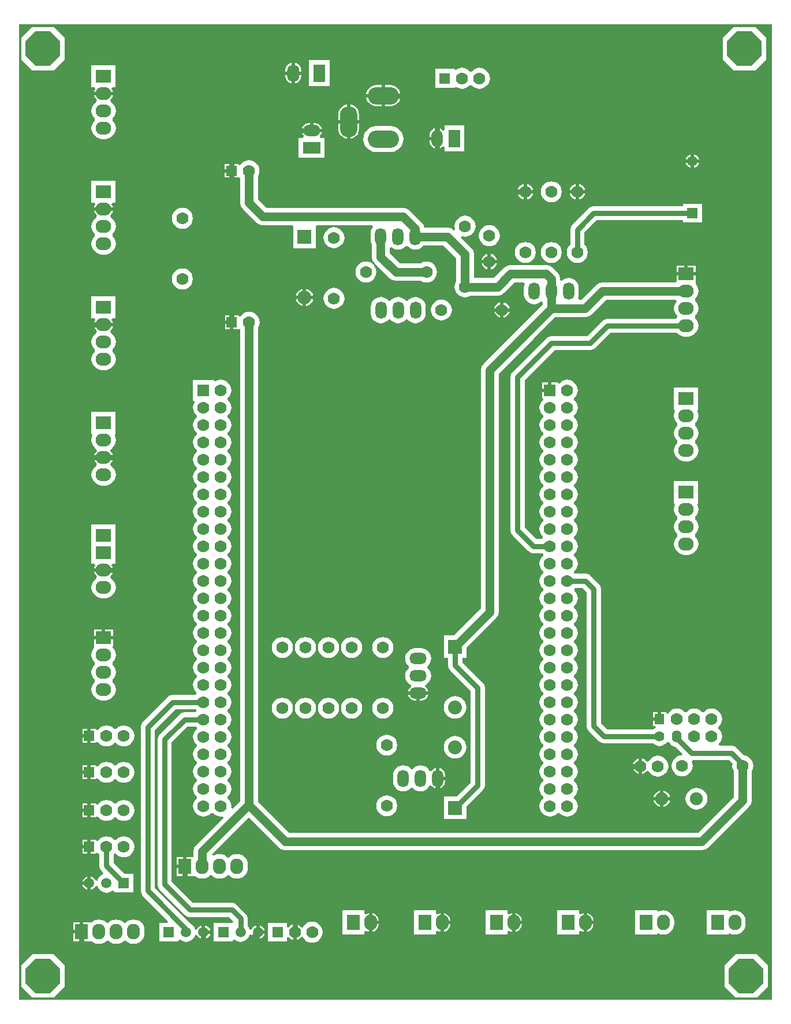
<source format=gtl>
G04*
G04 #@! TF.GenerationSoftware,Altium Limited,Altium Designer,18.1.6 (161)*
G04*
G04 Layer_Physical_Order=1*
G04 Layer_Color=255*
%FSTAX24Y24*%
%MOIN*%
G70*
G01*
G75*
%ADD45C,0.0500*%
%ADD46C,0.0300*%
%ADD47R,0.0900X0.0750*%
%ADD48O,0.0900X0.0750*%
%ADD49R,0.0750X0.0900*%
%ADD50O,0.0750X0.0900*%
%ADD51C,0.0591*%
%ADD52R,0.0591X0.0591*%
%ADD53C,0.0700*%
%ADD54R,0.0591X0.0591*%
%ADD55O,0.0660X0.1000*%
%ADD56R,0.0800X0.0800*%
%ADD57C,0.0800*%
%ADD58P,0.2165X8X22.5*%
%ADD59R,0.0700X0.0700*%
%ADD60O,0.1000X0.0660*%
%ADD61C,0.0750*%
%ADD62O,0.0700X0.1000*%
%ADD63R,0.0700X0.1000*%
%ADD64R,0.0560X0.0600*%
%ADD65O,0.0560X0.0700*%
%ADD66O,0.0560X0.0600*%
%ADD67O,0.1800X0.1000*%
%ADD68O,0.1000X0.1800*%
%ADD69O,0.0650X0.1000*%
%ADD70R,0.0650X0.1000*%
%ADD71O,0.1000X0.0650*%
%ADD72R,0.1000X0.0650*%
G36*
X079392Y019308D02*
X035908D01*
X035908Y075612D01*
X079392D01*
X079392Y019308D01*
D02*
G37*
%LPC*%
G36*
X078425Y07545D02*
X077175D01*
X07655Y074825D01*
Y073575D01*
X077175Y07295D01*
X078425D01*
X07905Y073575D01*
Y074825D01*
X078425Y07545D01*
D02*
G37*
G36*
X037925D02*
X036675D01*
X03605Y074825D01*
Y073575D01*
X036675Y07295D01*
X037925D01*
X03855Y073575D01*
Y074825D01*
X037925Y07545D01*
D02*
G37*
G36*
X05185Y073369D02*
Y07288D01*
X052209D01*
Y07293D01*
X052174Y073106D01*
X052074Y073254D01*
X051926Y073354D01*
X05185Y073369D01*
D02*
G37*
G36*
X05165D02*
X051574Y073354D01*
X051426Y073254D01*
X051326Y073106D01*
X051291Y07293D01*
Y07288D01*
X05165D01*
Y073369D01*
D02*
G37*
G36*
X0625Y073085D02*
X062343Y073065D01*
X062197Y073004D01*
X062072Y072908D01*
X06205Y072879D01*
X06195D01*
X061928Y072908D01*
X061803Y073004D01*
X061657Y073065D01*
X0615Y073085D01*
X061343Y073065D01*
X061197Y073004D01*
X061145Y072964D01*
X061045Y073013D01*
Y073025D01*
X059955D01*
Y071935D01*
X061045D01*
Y071947D01*
X061145Y071996D01*
X061197Y071956D01*
X061343Y071895D01*
X0615Y071875D01*
X061657Y071895D01*
X061803Y071956D01*
X061928Y072052D01*
X06195Y072081D01*
X06205D01*
X062072Y072052D01*
X062197Y071956D01*
X062343Y071895D01*
X0625Y071875D01*
X062657Y071895D01*
X062803Y071956D01*
X062928Y072052D01*
X063024Y072177D01*
X063085Y072323D01*
X063105Y07248D01*
X063085Y072637D01*
X063024Y072783D01*
X062928Y072908D01*
X062803Y073004D01*
X062657Y073065D01*
X0625Y073085D01*
D02*
G37*
G36*
X052209Y07268D02*
X05185D01*
Y072191D01*
X051926Y072206D01*
X052074Y072306D01*
X052174Y072454D01*
X052209Y07263D01*
Y07268D01*
D02*
G37*
G36*
X05165D02*
X051291D01*
Y07263D01*
X051326Y072454D01*
X051426Y072306D01*
X051574Y072206D01*
X05165Y072191D01*
Y07268D01*
D02*
G37*
G36*
X05385Y07353D02*
X05265D01*
Y07203D01*
X05385D01*
Y07353D01*
D02*
G37*
G36*
X0415Y073225D02*
X0401D01*
Y071975D01*
X040284D01*
X040337Y071875D01*
X040278Y071785D01*
X040261Y0717D01*
X0408D01*
X041339D01*
X041322Y071785D01*
X041263Y071875D01*
X041316Y071975D01*
X0415D01*
Y073225D01*
D02*
G37*
G36*
X05735Y072085D02*
X05705D01*
Y07158D01*
X057942D01*
X057935Y071637D01*
X057874Y071783D01*
X057778Y071908D01*
X057653Y072004D01*
X057507Y072065D01*
X05735Y072085D01*
D02*
G37*
G36*
X05685D02*
X05655D01*
X056393Y072065D01*
X056247Y072004D01*
X056122Y071908D01*
X056026Y071783D01*
X055965Y071637D01*
X055958Y07158D01*
X05685D01*
Y072085D01*
D02*
G37*
G36*
X057942Y07138D02*
X05705D01*
Y070875D01*
X05735D01*
X057507Y070895D01*
X057653Y070956D01*
X057778Y071052D01*
X057874Y071177D01*
X057935Y071323D01*
X057942Y07138D01*
D02*
G37*
G36*
X05685D02*
X055958D01*
X055965Y071323D01*
X056026Y071177D01*
X056122Y071052D01*
X056247Y070956D01*
X056393Y070895D01*
X05655Y070875D01*
X05685D01*
Y07138D01*
D02*
G37*
G36*
X05505Y070972D02*
Y07008D01*
X055555D01*
Y07038D01*
X055535Y070537D01*
X055474Y070683D01*
X055378Y070808D01*
X055253Y070904D01*
X055107Y070965D01*
X05505Y070972D01*
D02*
G37*
G36*
X05485D02*
X054793Y070965D01*
X054647Y070904D01*
X054522Y070808D01*
X054426Y070683D01*
X054365Y070537D01*
X054345Y07038D01*
Y07008D01*
X05485D01*
Y070972D01*
D02*
G37*
G36*
X052995Y069903D02*
X05292D01*
Y06957D01*
X053408D01*
X053395Y069636D01*
X053301Y069776D01*
X053161Y06987D01*
X052995Y069903D01*
D02*
G37*
G36*
X05272D02*
X052645D01*
X052479Y06987D01*
X052339Y069776D01*
X052245Y069636D01*
X052232Y06957D01*
X05272D01*
Y069903D01*
D02*
G37*
G36*
X061635Y069766D02*
X060485D01*
Y0695D01*
X060385Y06947D01*
X060366Y069497D01*
X060226Y069591D01*
X06016Y069604D01*
Y069016D01*
Y068428D01*
X060226Y068441D01*
X060366Y068535D01*
X060385Y068562D01*
X060485Y068532D01*
Y068266D01*
X061635D01*
Y069766D01*
D02*
G37*
G36*
X05996Y069604D02*
X059894Y069591D01*
X059754Y069497D01*
X05966Y069357D01*
X059627Y069191D01*
Y069116D01*
X05996D01*
Y069604D01*
D02*
G37*
G36*
X055555Y06988D02*
X05505D01*
Y068988D01*
X055107Y068995D01*
X055253Y069056D01*
X055378Y069152D01*
X055474Y069277D01*
X055535Y069423D01*
X055555Y06958D01*
Y06988D01*
D02*
G37*
G36*
X05485D02*
X054345D01*
Y06958D01*
X054365Y069423D01*
X054426Y069277D01*
X054522Y069152D01*
X054647Y069056D01*
X054793Y068995D01*
X05485Y068988D01*
Y06988D01*
D02*
G37*
G36*
X041339Y0715D02*
X0408D01*
X040261D01*
X040278Y071415D01*
X040383Y071258D01*
X040407Y071241D01*
X040391Y071132D01*
X040279Y071046D01*
X040179Y070915D01*
X040116Y070763D01*
X040095Y0706D01*
X040116Y070437D01*
X040179Y070285D01*
X040271Y070165D01*
X040285Y070124D01*
Y070076D01*
X040271Y070035D01*
X040179Y069915D01*
X040116Y069763D01*
X040095Y0696D01*
X040116Y069437D01*
X040179Y069285D01*
X040279Y069154D01*
X04041Y069054D01*
X040562Y068991D01*
X040725Y06897D01*
X040875D01*
X041038Y068991D01*
X04119Y069054D01*
X041321Y069154D01*
X041421Y069285D01*
X041484Y069437D01*
X041505Y0696D01*
X041484Y069763D01*
X041421Y069915D01*
X041329Y070035D01*
X041315Y070076D01*
Y070124D01*
X041329Y070165D01*
X041421Y070285D01*
X041484Y070437D01*
X041505Y0706D01*
X041484Y070763D01*
X041421Y070915D01*
X041321Y071046D01*
X041209Y071132D01*
X041193Y071241D01*
X041217Y071258D01*
X041322Y071415D01*
X041339Y0715D01*
D02*
G37*
G36*
X05996Y068916D02*
X059627D01*
Y068841D01*
X05966Y068675D01*
X059754Y068535D01*
X059894Y068441D01*
X05996Y068428D01*
Y068916D01*
D02*
G37*
G36*
X05735Y069736D02*
X05655D01*
X056354Y069711D01*
X056172Y069635D01*
X056015Y069515D01*
X055895Y069358D01*
X055819Y069176D01*
X055794Y06898D01*
X055819Y068784D01*
X055895Y068602D01*
X056015Y068445D01*
X056172Y068325D01*
X056354Y068249D01*
X05655Y068224D01*
X05735D01*
X057546Y068249D01*
X057728Y068325D01*
X057885Y068445D01*
X058005Y068602D01*
X058081Y068784D01*
X058106Y06898D01*
X058081Y069176D01*
X058005Y069358D01*
X057885Y069515D01*
X057728Y069635D01*
X057546Y069711D01*
X05735Y069736D01*
D02*
G37*
G36*
X053408Y06937D02*
X05282D01*
X052232D01*
X052245Y069304D01*
X052339Y069164D01*
X052366Y069145D01*
X052336Y069045D01*
X05207D01*
Y067895D01*
X05357D01*
Y069045D01*
X053304D01*
X053274Y069145D01*
X053301Y069164D01*
X053395Y069304D01*
X053408Y06937D01*
D02*
G37*
G36*
X074895Y068083D02*
Y0678D01*
X075178D01*
X075167Y067854D01*
X07508Y067985D01*
X074949Y068072D01*
X074895Y068083D01*
D02*
G37*
G36*
X074695D02*
X074641Y068072D01*
X07451Y067985D01*
X074423Y067854D01*
X074412Y0678D01*
X074695D01*
Y068083D01*
D02*
G37*
G36*
X049198Y067753D02*
X049041Y067733D01*
X048895Y067672D01*
X04877Y067576D01*
X048693Y067476D01*
X048593Y067507D01*
Y067543D01*
X048298D01*
Y067148D01*
Y066753D01*
X048593D01*
Y066753D01*
X048688Y066741D01*
Y065302D01*
X048727Y065107D01*
X048838Y064941D01*
X04964Y06414D01*
X049805Y064029D01*
X05Y06399D01*
X051657D01*
X05175Y063974D01*
X05175Y06389D01*
Y062674D01*
X05305D01*
Y06389D01*
X05305Y063974D01*
X053143Y06399D01*
X056304D01*
X056353Y06389D01*
X056293Y063812D01*
X056235Y063671D01*
X056215Y06352D01*
Y06318D01*
X056235Y063029D01*
X05629Y062895D01*
Y062175D01*
X056329Y06198D01*
X05644Y061815D01*
X057315Y06094D01*
X05748Y060829D01*
X057675Y06079D01*
X059123D01*
X059141Y060776D01*
X059287Y060715D01*
X059444Y060695D01*
X059601Y060715D01*
X059747Y060776D01*
X059872Y060872D01*
X059968Y060997D01*
X060029Y061143D01*
X060049Y0613D01*
X060029Y061457D01*
X059968Y061603D01*
X059872Y061728D01*
X059747Y061824D01*
X059601Y061885D01*
X059444Y061905D01*
X059287Y061885D01*
X059141Y061824D01*
X059123Y06181D01*
X057886D01*
X05731Y062386D01*
Y062714D01*
X05741Y062748D01*
X057508Y062673D01*
X057649Y062615D01*
X0578Y062595D01*
X057951Y062615D01*
X058092Y062673D01*
X058214Y062766D01*
X05825Y062814D01*
X05835D01*
X058386Y062766D01*
X058507Y062673D01*
X058649Y062615D01*
X0588Y062595D01*
X058951Y062615D01*
X059092Y062673D01*
X059214Y062766D01*
X05927Y06284D01*
X060433D01*
X06116Y062113D01*
Y060771D01*
X061146Y060753D01*
X061085Y060607D01*
X061065Y06045D01*
X061085Y060293D01*
X061146Y060147D01*
X061242Y060022D01*
X061367Y059926D01*
X061513Y059865D01*
X06167Y059845D01*
X061827Y059865D01*
X061973Y059926D01*
X061991Y05994D01*
X063548D01*
X063743Y059979D01*
X063909Y06009D01*
X064514Y060695D01*
X065049D01*
X065116Y060595D01*
X065087Y060526D01*
X065067Y060374D01*
Y060034D01*
X065087Y059883D01*
X065146Y059742D01*
X065239Y059621D01*
X06536Y059528D01*
X065501Y059469D01*
X065652Y059449D01*
X065804Y059469D01*
X065945Y059528D01*
X066043Y059603D01*
X066143Y059568D01*
Y059411D01*
X064892Y05816D01*
X064892Y05816D01*
X06274Y056008D01*
X062629Y055843D01*
X06259Y055648D01*
Y041891D01*
X061029Y04033D01*
X06045D01*
Y03903D01*
X060692D01*
Y0386D01*
X060692Y0386D01*
X060723Y038444D01*
X060812Y038312D01*
X061992Y037131D01*
Y031849D01*
X061173Y03103D01*
X06045D01*
Y02973D01*
X06175D01*
Y030453D01*
X062688Y031392D01*
X062688Y031392D01*
X062777Y031524D01*
X062808Y03168D01*
X062808Y03168D01*
Y0373D01*
X062808Y0373D01*
X062777Y037456D01*
X062688Y037588D01*
X062688Y037588D01*
X061508Y038769D01*
Y03903D01*
X06175D01*
Y039609D01*
X06346Y04132D01*
X063571Y041485D01*
X06361Y04168D01*
Y055436D01*
X065613Y05744D01*
X066864Y05869D01*
X0686D01*
X068795Y058729D01*
X06896Y05884D01*
X069811Y05969D01*
X073822D01*
X073872Y05959D01*
X073814Y059515D01*
X073751Y059363D01*
X07373Y0592D01*
X073751Y059037D01*
X073814Y058885D01*
X073906Y058765D01*
X07392Y058724D01*
Y058693D01*
X073848Y058608D01*
X0699D01*
X0699Y058608D01*
X069744Y058577D01*
X069612Y058488D01*
X069612Y058488D01*
X068731Y057608D01*
X06667D01*
X06667Y057608D01*
X066514Y057577D01*
X066382Y057488D01*
X066382Y057488D01*
X064412Y055518D01*
X064323Y055386D01*
X064292Y05523D01*
X064292Y05523D01*
Y0464D01*
X064292Y0464D01*
X064323Y046244D01*
X064412Y046112D01*
X065332Y045192D01*
X065332Y045192D01*
X065464Y045103D01*
X06562Y045072D01*
X066127D01*
X066142Y045052D01*
X066171Y04503D01*
Y04493D01*
X066142Y044908D01*
X066046Y044783D01*
X065985Y044637D01*
X065965Y04448D01*
X065985Y044323D01*
X066046Y044177D01*
X066142Y044052D01*
X066171Y04403D01*
Y04393D01*
X066142Y043908D01*
X066046Y043783D01*
X065985Y043637D01*
X065965Y04348D01*
X065985Y043323D01*
X066046Y043177D01*
X066142Y043052D01*
X066171Y04303D01*
Y04293D01*
X066142Y042908D01*
X066046Y042783D01*
X065985Y042637D01*
X065965Y04248D01*
X065985Y042323D01*
X066046Y042177D01*
X066142Y042052D01*
X066171Y04203D01*
Y04193D01*
X066142Y041908D01*
X066046Y041783D01*
X065985Y041637D01*
X065965Y04148D01*
X065985Y041323D01*
X066046Y041177D01*
X066142Y041052D01*
X066171Y04103D01*
Y04093D01*
X066142Y040908D01*
X066046Y040783D01*
X065985Y040637D01*
X065965Y04048D01*
X065985Y040323D01*
X066046Y040177D01*
X066142Y040052D01*
X066171Y04003D01*
Y03993D01*
X066142Y039908D01*
X066046Y039783D01*
X065985Y039637D01*
X065965Y03948D01*
X065985Y039323D01*
X066046Y039177D01*
X066142Y039052D01*
X066171Y03903D01*
Y03893D01*
X066142Y038908D01*
X066046Y038783D01*
X065985Y038637D01*
X065965Y03848D01*
X065985Y038323D01*
X066046Y038177D01*
X066142Y038052D01*
X066171Y03803D01*
Y03793D01*
X066142Y037908D01*
X066046Y037783D01*
X065985Y037637D01*
X065965Y03748D01*
X065985Y037323D01*
X066046Y037177D01*
X066142Y037052D01*
X066171Y03703D01*
Y03693D01*
X066142Y036908D01*
X066046Y036783D01*
X065985Y036637D01*
X065965Y03648D01*
X065985Y036323D01*
X066046Y036177D01*
X066142Y036052D01*
X066171Y03603D01*
Y03593D01*
X066142Y035908D01*
X066046Y035783D01*
X065985Y035637D01*
X065965Y03548D01*
X065985Y035323D01*
X066046Y035177D01*
X066142Y035052D01*
X066171Y03503D01*
Y03493D01*
X066142Y034908D01*
X066046Y034783D01*
X065985Y034637D01*
X065965Y03448D01*
X065985Y034323D01*
X066046Y034177D01*
X066142Y034052D01*
X066171Y03403D01*
Y03393D01*
X066142Y033908D01*
X066046Y033783D01*
X065985Y033637D01*
X065965Y03348D01*
X065985Y033323D01*
X066046Y033177D01*
X066142Y033052D01*
X066171Y03303D01*
Y03293D01*
X066142Y032908D01*
X066046Y032783D01*
X065985Y032637D01*
X065965Y03248D01*
X065985Y032323D01*
X066046Y032177D01*
X066142Y032052D01*
X066171Y03203D01*
Y03193D01*
X066142Y031908D01*
X066046Y031783D01*
X065985Y031637D01*
X065965Y03148D01*
X065985Y031323D01*
X066046Y031177D01*
X066142Y031052D01*
X066171Y03103D01*
Y03093D01*
X066142Y030908D01*
X066046Y030783D01*
X065985Y030637D01*
X065965Y03048D01*
X065985Y030323D01*
X066046Y030177D01*
X066142Y030052D01*
X066267Y029956D01*
X066413Y029895D01*
X06657Y029875D01*
X066727Y029895D01*
X066873Y029956D01*
X066998Y030052D01*
X06702Y030081D01*
X06712D01*
X067142Y030052D01*
X067267Y029956D01*
X067413Y029895D01*
X06757Y029875D01*
X067727Y029895D01*
X067873Y029956D01*
X067998Y030052D01*
X068094Y030177D01*
X068155Y030323D01*
X068175Y03048D01*
X068155Y030637D01*
X068094Y030783D01*
X067998Y030908D01*
X067969Y03093D01*
Y03103D01*
X067998Y031052D01*
X068094Y031177D01*
X068155Y031323D01*
X068175Y03148D01*
X068155Y031637D01*
X068094Y031783D01*
X067998Y031908D01*
X067969Y03193D01*
Y03203D01*
X067998Y032052D01*
X068094Y032177D01*
X068155Y032323D01*
X068175Y03248D01*
X068155Y032637D01*
X068094Y032783D01*
X067998Y032908D01*
X067969Y03293D01*
Y03303D01*
X067998Y033052D01*
X068094Y033177D01*
X068155Y033323D01*
X068175Y03348D01*
X068155Y033637D01*
X068094Y033783D01*
X067998Y033908D01*
X067969Y03393D01*
Y03403D01*
X067998Y034052D01*
X068094Y034177D01*
X068155Y034323D01*
X068175Y03448D01*
X068155Y034637D01*
X068094Y034783D01*
X067998Y034908D01*
X067969Y03493D01*
Y03503D01*
X067998Y035052D01*
X068094Y035177D01*
X068155Y035323D01*
X068175Y03548D01*
X068155Y035637D01*
X068094Y035783D01*
X067998Y035908D01*
X067969Y03593D01*
Y03603D01*
X067998Y036052D01*
X068094Y036177D01*
X068155Y036323D01*
X068175Y03648D01*
X068155Y036637D01*
X068094Y036783D01*
X067998Y036908D01*
X067969Y03693D01*
Y03703D01*
X067998Y037052D01*
X068094Y037177D01*
X068155Y037323D01*
X068175Y03748D01*
X068155Y037637D01*
X068094Y037783D01*
X067998Y037908D01*
X067969Y03793D01*
Y03803D01*
X067998Y038052D01*
X068094Y038177D01*
X068155Y038323D01*
X068175Y03848D01*
X068155Y038637D01*
X068094Y038783D01*
X067998Y038908D01*
X067969Y03893D01*
Y03903D01*
X067998Y039052D01*
X068094Y039177D01*
X068155Y039323D01*
X068175Y03948D01*
X068155Y039637D01*
X068094Y039783D01*
X067998Y039908D01*
X067969Y03993D01*
Y04003D01*
X067998Y040052D01*
X068094Y040177D01*
X068155Y040323D01*
X068175Y04048D01*
X068155Y040637D01*
X068094Y040783D01*
X067998Y040908D01*
X067969Y04093D01*
Y04103D01*
X067998Y041052D01*
X068094Y041177D01*
X068155Y041323D01*
X068175Y04148D01*
X068155Y041637D01*
X068094Y041783D01*
X067998Y041908D01*
X067969Y04193D01*
Y04203D01*
X067998Y042052D01*
X068094Y042177D01*
X068155Y042323D01*
X068175Y04248D01*
X068155Y042637D01*
X068094Y042783D01*
X067998Y042908D01*
X067997Y043018D01*
X068052Y043072D01*
X068451D01*
X068692Y042831D01*
Y0351D01*
X068692Y0351D01*
X068723Y034944D01*
X068812Y034812D01*
X069412Y034212D01*
X069544Y034123D01*
X0697Y034092D01*
X072535D01*
X072633Y034017D01*
X072762Y033964D01*
X0729Y033945D01*
X073038Y033964D01*
X073167Y034017D01*
X073278Y034102D01*
X073327Y034166D01*
X073422Y034163D01*
X073443Y034155D01*
X073522Y034052D01*
X073633Y033967D01*
X073762Y033914D01*
X073817Y033906D01*
X074231Y033493D01*
X074179Y033402D01*
X074043Y033385D01*
X073897Y033324D01*
X073772Y033228D01*
X073676Y033103D01*
X073615Y032957D01*
X073595Y0328D01*
X073615Y032643D01*
X073676Y032497D01*
X073772Y032372D01*
X073897Y032276D01*
X074043Y032215D01*
X0742Y032195D01*
X074357Y032215D01*
X074503Y032276D01*
X074628Y032372D01*
X074724Y032497D01*
X074785Y032643D01*
X074805Y0328D01*
X074785Y032957D01*
X074749Y033043D01*
X074815Y033142D01*
X076885D01*
X07711Y032917D01*
X077095Y0328D01*
X077115Y032643D01*
X077176Y032497D01*
X07719Y032479D01*
Y031011D01*
X075119Y02894D01*
X051499D01*
X04971Y030729D01*
Y058079D01*
X049724Y058097D01*
X049785Y058243D01*
X049805Y0584D01*
X049785Y058557D01*
X049724Y058703D01*
X049628Y058828D01*
X049503Y058924D01*
X049357Y058985D01*
X0492Y059005D01*
X049043Y058985D01*
X048897Y058924D01*
X048772Y058828D01*
X048695Y058728D01*
X048595Y058759D01*
Y058795D01*
X0483D01*
Y0584D01*
Y058005D01*
X048595D01*
Y058005D01*
X04869Y057992D01*
Y030771D01*
X048257Y030338D01*
X048163Y030385D01*
X048175Y03048D01*
X048155Y030637D01*
X048094Y030783D01*
X047998Y030908D01*
X047969Y03093D01*
Y03103D01*
X047998Y031052D01*
X048094Y031177D01*
X048155Y031323D01*
X048175Y03148D01*
X048155Y031637D01*
X048094Y031783D01*
X047998Y031908D01*
X047969Y03193D01*
Y03203D01*
X047998Y032052D01*
X048094Y032177D01*
X048155Y032323D01*
X048175Y03248D01*
X048155Y032637D01*
X048094Y032783D01*
X047998Y032908D01*
X047969Y03293D01*
Y03303D01*
X047998Y033052D01*
X048094Y033177D01*
X048155Y033323D01*
X048175Y03348D01*
X048155Y033637D01*
X048094Y033783D01*
X047998Y033908D01*
X047969Y03393D01*
Y03403D01*
X047998Y034052D01*
X048094Y034177D01*
X048155Y034323D01*
X048175Y03448D01*
X048155Y034637D01*
X048094Y034783D01*
X047998Y034908D01*
X047969Y03493D01*
Y03503D01*
X047998Y035052D01*
X048094Y035177D01*
X048155Y035323D01*
X048175Y03548D01*
X048155Y035637D01*
X048094Y035783D01*
X047998Y035908D01*
X047969Y03593D01*
Y03603D01*
X047998Y036052D01*
X048094Y036177D01*
X048155Y036323D01*
X048175Y03648D01*
X048155Y036637D01*
X048094Y036783D01*
X047998Y036908D01*
X047969Y03693D01*
Y03703D01*
X047998Y037052D01*
X048094Y037177D01*
X048155Y037323D01*
X048175Y03748D01*
X048155Y037637D01*
X048094Y037783D01*
X047998Y037908D01*
X047969Y03793D01*
Y03803D01*
X047998Y038052D01*
X048094Y038177D01*
X048155Y038323D01*
X048175Y03848D01*
X048155Y038637D01*
X048094Y038783D01*
X047998Y038908D01*
X047969Y03893D01*
Y03903D01*
X047998Y039052D01*
X048094Y039177D01*
X048155Y039323D01*
X048175Y03948D01*
X048155Y039637D01*
X048094Y039783D01*
X047998Y039908D01*
X047969Y03993D01*
Y04003D01*
X047998Y040052D01*
X048094Y040177D01*
X048155Y040323D01*
X048175Y04048D01*
X048155Y040637D01*
X048094Y040783D01*
X047998Y040908D01*
X047969Y04093D01*
Y04103D01*
X047998Y041052D01*
X048094Y041177D01*
X048155Y041323D01*
X048175Y04148D01*
X048155Y041637D01*
X048094Y041783D01*
X047998Y041908D01*
X047969Y04193D01*
Y04203D01*
X047998Y042052D01*
X048094Y042177D01*
X048155Y042323D01*
X048175Y04248D01*
X048155Y042637D01*
X048094Y042783D01*
X047998Y042908D01*
X047969Y04293D01*
Y04303D01*
X047998Y043052D01*
X048094Y043177D01*
X048155Y043323D01*
X048175Y04348D01*
X048155Y043637D01*
X048094Y043783D01*
X047998Y043908D01*
X047969Y04393D01*
Y04403D01*
X047998Y044052D01*
X048094Y044177D01*
X048155Y044323D01*
X048175Y04448D01*
X048155Y044637D01*
X048094Y044783D01*
X047998Y044908D01*
X047969Y04493D01*
Y04503D01*
X047998Y045052D01*
X048094Y045177D01*
X048155Y045323D01*
X048175Y04548D01*
X048155Y045637D01*
X048094Y045783D01*
X047998Y045908D01*
X047969Y04593D01*
Y04603D01*
X047998Y046052D01*
X048094Y046177D01*
X048155Y046323D01*
X048175Y04648D01*
X048155Y046637D01*
X048094Y046783D01*
X047998Y046908D01*
X047969Y04693D01*
Y04703D01*
X047998Y047052D01*
X048094Y047177D01*
X048155Y047323D01*
X048175Y04748D01*
X048155Y047637D01*
X048094Y047783D01*
X047998Y047908D01*
X047969Y04793D01*
Y04803D01*
X047998Y048052D01*
X048094Y048177D01*
X048155Y048323D01*
X048175Y04848D01*
X048155Y048637D01*
X048094Y048783D01*
X047998Y048908D01*
X047969Y04893D01*
Y04903D01*
X047998Y049052D01*
X048094Y049177D01*
X048155Y049323D01*
X048175Y04948D01*
X048155Y049637D01*
X048094Y049783D01*
X047998Y049908D01*
X047969Y04993D01*
Y05003D01*
X047998Y050052D01*
X048094Y050177D01*
X048155Y050323D01*
X048175Y05048D01*
X048155Y050637D01*
X048094Y050783D01*
X047998Y050908D01*
X047969Y05093D01*
Y05103D01*
X047998Y051052D01*
X048094Y051177D01*
X048155Y051323D01*
X048175Y05148D01*
X048155Y051637D01*
X048094Y051783D01*
X047998Y051908D01*
X047969Y05193D01*
Y05203D01*
X047998Y052052D01*
X048094Y052177D01*
X048155Y052323D01*
X048175Y05248D01*
X048155Y052637D01*
X048094Y052783D01*
X047998Y052908D01*
X047969Y05293D01*
Y05303D01*
X047998Y053052D01*
X048094Y053177D01*
X048155Y053323D01*
X048175Y05348D01*
X048155Y053637D01*
X048094Y053783D01*
X047998Y053908D01*
X047969Y05393D01*
Y05403D01*
X047998Y054052D01*
X048094Y054177D01*
X048155Y054323D01*
X048175Y05448D01*
X048155Y054637D01*
X048094Y054783D01*
X047998Y054908D01*
X047873Y055004D01*
X047727Y055065D01*
X04757Y055085D01*
X047413Y055065D01*
X047267Y055004D01*
X04726Y054998D01*
X04717Y055042D01*
Y05508D01*
X04597D01*
Y05388D01*
X046008D01*
X046052Y05379D01*
X046046Y053783D01*
X045985Y053637D01*
X045965Y05348D01*
X045985Y053323D01*
X046046Y053177D01*
X046142Y053052D01*
X046171Y05303D01*
Y05293D01*
X046142Y052908D01*
X046046Y052783D01*
X045985Y052637D01*
X045965Y05248D01*
X045985Y052323D01*
X046046Y052177D01*
X046142Y052052D01*
X046171Y05203D01*
Y05193D01*
X046142Y051908D01*
X046046Y051783D01*
X045985Y051637D01*
X045965Y05148D01*
X045985Y051323D01*
X046046Y051177D01*
X046142Y051052D01*
X046171Y05103D01*
Y05093D01*
X046142Y050908D01*
X046046Y050783D01*
X045985Y050637D01*
X045965Y05048D01*
X045985Y050323D01*
X046046Y050177D01*
X046142Y050052D01*
X046171Y05003D01*
Y04993D01*
X046142Y049908D01*
X046046Y049783D01*
X045985Y049637D01*
X045965Y04948D01*
X045985Y049323D01*
X046046Y049177D01*
X046142Y049052D01*
X046171Y04903D01*
Y04893D01*
X046142Y048908D01*
X046046Y048783D01*
X045985Y048637D01*
X045965Y04848D01*
X045985Y048323D01*
X046046Y048177D01*
X046142Y048052D01*
X046171Y04803D01*
Y04793D01*
X046142Y047908D01*
X046046Y047783D01*
X045985Y047637D01*
X045965Y04748D01*
X045985Y047323D01*
X046046Y047177D01*
X046142Y047052D01*
X046171Y04703D01*
Y04693D01*
X046142Y046908D01*
X046046Y046783D01*
X045985Y046637D01*
X045965Y04648D01*
X045985Y046323D01*
X046046Y046177D01*
X046142Y046052D01*
X046171Y04603D01*
Y04593D01*
X046142Y045908D01*
X046046Y045783D01*
X045985Y045637D01*
X045965Y04548D01*
X045985Y045323D01*
X046046Y045177D01*
X046142Y045052D01*
X046171Y04503D01*
Y04493D01*
X046142Y044908D01*
X046046Y044783D01*
X045985Y044637D01*
X045965Y04448D01*
X045985Y044323D01*
X046046Y044177D01*
X046142Y044052D01*
X046171Y04403D01*
Y04393D01*
X046142Y043908D01*
X046046Y043783D01*
X045985Y043637D01*
X045965Y04348D01*
X045985Y043323D01*
X046046Y043177D01*
X046142Y043052D01*
X046171Y04303D01*
Y04293D01*
X046142Y042908D01*
X046046Y042783D01*
X045985Y042637D01*
X045965Y04248D01*
X045985Y042323D01*
X046046Y042177D01*
X046142Y042052D01*
X046171Y04203D01*
Y04193D01*
X046142Y041908D01*
X046046Y041783D01*
X045985Y041637D01*
X045965Y04148D01*
X045985Y041323D01*
X046046Y041177D01*
X046142Y041052D01*
X046171Y04103D01*
Y04093D01*
X046142Y040908D01*
X046046Y040783D01*
X045985Y040637D01*
X045965Y04048D01*
X045985Y040323D01*
X046046Y040177D01*
X046142Y040052D01*
X046171Y04003D01*
Y03993D01*
X046142Y039908D01*
X046046Y039783D01*
X045985Y039637D01*
X045965Y03948D01*
X045985Y039323D01*
X046046Y039177D01*
X046142Y039052D01*
X046171Y03903D01*
Y03893D01*
X046142Y038908D01*
X046046Y038783D01*
X045985Y038637D01*
X045965Y03848D01*
X045985Y038323D01*
X046046Y038177D01*
X046142Y038052D01*
X046171Y03803D01*
Y03793D01*
X046142Y037908D01*
X046046Y037783D01*
X045985Y037637D01*
X045965Y03748D01*
X045985Y037323D01*
X046046Y037177D01*
X046142Y037052D01*
X046143Y036942D01*
X046088Y036888D01*
X04478D01*
X044624Y036857D01*
X044492Y036768D01*
X044492Y036768D01*
X043062Y035338D01*
X042973Y035206D01*
X042942Y03505D01*
X042942Y03505D01*
Y02559D01*
X042942Y02559D01*
X042973Y025434D01*
X043062Y025302D01*
X044526Y023838D01*
X044487Y023745D01*
X044025D01*
Y022655D01*
X045115D01*
Y02274D01*
X045215Y022785D01*
X045295Y022724D01*
X045428Y022669D01*
X04557Y02265D01*
X045712Y022669D01*
X045845Y022724D01*
X045959Y022811D01*
X046046Y022925D01*
X046096Y023045D01*
X046133Y023053D01*
X046199Y023043D01*
X046285Y022915D01*
X046416Y022828D01*
X04647Y022817D01*
Y0232D01*
Y023583D01*
X046416Y023572D01*
X046285Y023485D01*
X046199Y023357D01*
X046133Y023347D01*
X046096Y023355D01*
X046046Y023475D01*
X045959Y023589D01*
X045845Y023676D01*
X045837Y023679D01*
X043758Y025759D01*
Y034881D01*
X044949Y036072D01*
X046127D01*
X046142Y036052D01*
X046143Y035942D01*
X046088Y035888D01*
X04548D01*
X04548Y035888D01*
X045324Y035857D01*
X045192Y035768D01*
X045192Y035768D01*
X044032Y034608D01*
X043943Y034476D01*
X043912Y03432D01*
X043912Y03432D01*
Y02596D01*
X043912Y02596D01*
X043943Y025804D01*
X044032Y025672D01*
X045502Y024202D01*
X045634Y024113D01*
X04579Y024082D01*
X04579Y024082D01*
X048041D01*
X048294Y023829D01*
X048244Y023745D01*
X047165D01*
Y022655D01*
X048255D01*
Y02274D01*
X048355Y022785D01*
X048435Y022724D01*
X048568Y022669D01*
X04871Y02265D01*
X048852Y022669D01*
X048985Y022724D01*
X049099Y022811D01*
X049186Y022925D01*
X049236Y023045D01*
X049273Y023053D01*
X049339Y023043D01*
X049425Y022915D01*
X049556Y022828D01*
X04961Y022817D01*
Y0232D01*
Y023583D01*
X049556Y023572D01*
X049425Y023485D01*
X049339Y023357D01*
X049273Y023347D01*
X049236Y023355D01*
X049186Y023475D01*
X049118Y023564D01*
Y02399D01*
X049118Y02399D01*
X049087Y024146D01*
X048998Y024278D01*
X048998Y024278D01*
X048498Y024778D01*
X048366Y024867D01*
X04821Y024898D01*
X04821Y024898D01*
X045959D01*
X044728Y026129D01*
Y034151D01*
X045649Y035072D01*
X046127D01*
X046142Y035052D01*
X046171Y03503D01*
Y03493D01*
X046142Y034908D01*
X046046Y034783D01*
X045985Y034637D01*
X045965Y03448D01*
X045985Y034323D01*
X046046Y034177D01*
X046142Y034052D01*
X046171Y03403D01*
Y03393D01*
X046142Y033908D01*
X046046Y033783D01*
X045985Y033637D01*
X045965Y03348D01*
X045985Y033323D01*
X046046Y033177D01*
X046142Y033052D01*
X046171Y03303D01*
Y03293D01*
X046142Y032908D01*
X046046Y032783D01*
X045985Y032637D01*
X045965Y03248D01*
X045985Y032323D01*
X046046Y032177D01*
X046142Y032052D01*
X046171Y03203D01*
Y03193D01*
X046142Y031908D01*
X046046Y031783D01*
X045985Y031637D01*
X045965Y03148D01*
X045985Y031323D01*
X046046Y031177D01*
X046142Y031052D01*
X046171Y03103D01*
Y03093D01*
X046142Y030908D01*
X046046Y030783D01*
X045985Y030637D01*
X045965Y03048D01*
X045985Y030323D01*
X046046Y030177D01*
X046142Y030052D01*
X046267Y029956D01*
X046413Y029895D01*
X04657Y029875D01*
X046727Y029895D01*
X046873Y029956D01*
X046998Y030052D01*
X04702Y030081D01*
X04712D01*
X047142Y030052D01*
X047267Y029956D01*
X047413Y029895D01*
X04757Y029875D01*
X047665Y029887D01*
X047712Y029793D01*
X04614Y02822D01*
X046029Y028055D01*
X04599Y02786D01*
Y027644D01*
X045975Y02755D01*
X0456D01*
Y027D01*
Y02645D01*
X045975D01*
Y02645D01*
X046075Y026463D01*
X046185Y026379D01*
X046337Y026316D01*
X0465Y026295D01*
X046663Y026316D01*
X046815Y026379D01*
X046935Y026471D01*
X046976Y026485D01*
X047024D01*
X047065Y026471D01*
X047185Y026379D01*
X047337Y026316D01*
X0475Y026295D01*
X047663Y026316D01*
X047815Y026379D01*
X047935Y026471D01*
X047976Y026485D01*
X048024D01*
X048065Y026471D01*
X048185Y026379D01*
X048337Y026316D01*
X0485Y026295D01*
X048663Y026316D01*
X048815Y026379D01*
X048946Y026479D01*
X049046Y02661D01*
X049109Y026762D01*
X04913Y026925D01*
Y027075D01*
X049109Y027238D01*
X049046Y02739D01*
X048946Y027521D01*
X048815Y027621D01*
X048663Y027684D01*
X0485Y027705D01*
X048337Y027684D01*
X048185Y027621D01*
X048065Y027529D01*
X048024Y027515D01*
X047976D01*
X047935Y027529D01*
X047815Y027621D01*
X047663Y027684D01*
X0475Y027705D01*
X047337Y027684D01*
X047185Y027621D01*
X047176Y027614D01*
X047067Y027657D01*
X04706Y027699D01*
X049179Y029818D01*
X050927Y02807D01*
X051092Y027959D01*
X051287Y02792D01*
X07533D01*
X075525Y027959D01*
X07569Y02807D01*
X07806Y03044D01*
X078171Y030605D01*
X07821Y0308D01*
Y032479D01*
X078224Y032497D01*
X078285Y032643D01*
X078305Y0328D01*
X078285Y032957D01*
X078224Y033103D01*
X078128Y033228D01*
X078003Y033324D01*
X077857Y033385D01*
X077787Y033394D01*
X077342Y033838D01*
X07721Y033927D01*
X077054Y033958D01*
X077054Y033958D01*
X076343D01*
X076309Y034058D01*
X076328Y034072D01*
X076424Y034197D01*
X076485Y034343D01*
X076505Y0345D01*
X076485Y034657D01*
X076424Y034803D01*
X076328Y034928D01*
X076299Y03495D01*
Y03505D01*
X076328Y035072D01*
X076424Y035197D01*
X076485Y035343D01*
X076505Y0355D01*
X076485Y035657D01*
X076424Y035803D01*
X076328Y035928D01*
X076203Y036024D01*
X076057Y036085D01*
X0759Y036105D01*
X075743Y036085D01*
X075597Y036024D01*
X075472Y035928D01*
X07545Y035899D01*
X07535D01*
X075328Y035928D01*
X075203Y036024D01*
X075057Y036085D01*
X0749Y036105D01*
X074743Y036085D01*
X074597Y036024D01*
X074472Y035928D01*
X07445Y035899D01*
X07435D01*
X074328Y035928D01*
X074203Y036024D01*
X074057Y036085D01*
X0739Y036105D01*
X073743Y036085D01*
X073597Y036024D01*
X073472Y035928D01*
X07338Y035808D01*
X07337Y035807D01*
X07328Y035852D01*
Y0359D01*
X073D01*
Y0355D01*
X0729D01*
Y0354D01*
X07252D01*
Y0351D01*
X072654D01*
X072674Y035D01*
X072633Y034983D01*
X072535Y034908D01*
X069869D01*
X069508Y035269D01*
Y043D01*
X069508Y043D01*
X069477Y043156D01*
X069388Y043288D01*
X069388Y043288D01*
X068908Y043768D01*
X068776Y043857D01*
X06862Y043888D01*
X06862Y043888D01*
X068013D01*
X067998Y043908D01*
X067969Y04393D01*
Y04403D01*
X067998Y044052D01*
X068094Y044177D01*
X068155Y044323D01*
X068175Y04448D01*
X068155Y044637D01*
X068094Y044783D01*
X067998Y044908D01*
X067969Y04493D01*
Y04503D01*
X067998Y045052D01*
X068094Y045177D01*
X068155Y045323D01*
X068175Y04548D01*
X068155Y045637D01*
X068094Y045783D01*
X067998Y045908D01*
X067969Y04593D01*
Y04603D01*
X067998Y046052D01*
X068094Y046177D01*
X068155Y046323D01*
X068175Y04648D01*
X068155Y046637D01*
X068094Y046783D01*
X067998Y046908D01*
X067969Y04693D01*
Y04703D01*
X067998Y047052D01*
X068094Y047177D01*
X068155Y047323D01*
X068175Y04748D01*
X068155Y047637D01*
X068094Y047783D01*
X067998Y047908D01*
X067969Y04793D01*
Y04803D01*
X067998Y048052D01*
X068094Y048177D01*
X068155Y048323D01*
X068175Y04848D01*
X068155Y048637D01*
X068094Y048783D01*
X067998Y048908D01*
X067969Y04893D01*
Y04903D01*
X067998Y049052D01*
X068094Y049177D01*
X068155Y049323D01*
X068175Y04948D01*
X068155Y049637D01*
X068094Y049783D01*
X067998Y049908D01*
X067969Y04993D01*
Y05003D01*
X067998Y050052D01*
X068094Y050177D01*
X068155Y050323D01*
X068175Y05048D01*
X068155Y050637D01*
X068094Y050783D01*
X067998Y050908D01*
X067969Y05093D01*
Y05103D01*
X067998Y051052D01*
X068094Y051177D01*
X068155Y051323D01*
X068175Y05148D01*
X068155Y051637D01*
X068094Y051783D01*
X067998Y051908D01*
X067969Y05193D01*
Y05203D01*
X067998Y052052D01*
X068094Y052177D01*
X068155Y052323D01*
X068175Y05248D01*
X068155Y052637D01*
X068094Y052783D01*
X067998Y052908D01*
X067969Y05293D01*
Y05303D01*
X067998Y053052D01*
X068094Y053177D01*
X068155Y053323D01*
X068175Y05348D01*
X068155Y053637D01*
X068094Y053783D01*
X067998Y053908D01*
X067969Y05393D01*
Y05403D01*
X067998Y054052D01*
X068094Y054177D01*
X068155Y054323D01*
X068175Y05448D01*
X068155Y054637D01*
X068094Y054783D01*
X067998Y054908D01*
X067873Y055004D01*
X067727Y055065D01*
X06757Y055085D01*
X067413Y055065D01*
X067267Y055004D01*
X067142Y054908D01*
X06712Y054879D01*
X06702Y054913D01*
Y05493D01*
X06667D01*
Y05448D01*
X06657D01*
Y05438D01*
X06612D01*
Y05403D01*
X066137D01*
X066171Y05393D01*
X066142Y053908D01*
X066046Y053783D01*
X065985Y053637D01*
X065965Y05348D01*
X065985Y053323D01*
X066046Y053177D01*
X066142Y053052D01*
X066171Y05303D01*
Y05293D01*
X066142Y052908D01*
X066046Y052783D01*
X065985Y052637D01*
X065965Y05248D01*
X065985Y052323D01*
X066046Y052177D01*
X066142Y052052D01*
X066171Y05203D01*
Y05193D01*
X066142Y051908D01*
X066046Y051783D01*
X065985Y051637D01*
X065965Y05148D01*
X065985Y051323D01*
X066046Y051177D01*
X066142Y051052D01*
X066171Y05103D01*
Y05093D01*
X066142Y050908D01*
X066046Y050783D01*
X065985Y050637D01*
X065965Y05048D01*
X065985Y050323D01*
X066046Y050177D01*
X066142Y050052D01*
X066171Y05003D01*
Y04993D01*
X066142Y049908D01*
X066046Y049783D01*
X065985Y049637D01*
X065965Y04948D01*
X065985Y049323D01*
X066046Y049177D01*
X066142Y049052D01*
X066171Y04903D01*
Y04893D01*
X066142Y048908D01*
X066046Y048783D01*
X065985Y048637D01*
X065965Y04848D01*
X065985Y048323D01*
X066046Y048177D01*
X066142Y048052D01*
X066171Y04803D01*
Y04793D01*
X066142Y047908D01*
X066046Y047783D01*
X065985Y047637D01*
X065965Y04748D01*
X065985Y047323D01*
X066046Y047177D01*
X066142Y047052D01*
X066171Y04703D01*
Y04693D01*
X066142Y046908D01*
X066046Y046783D01*
X065985Y046637D01*
X065965Y04648D01*
X065985Y046323D01*
X066046Y046177D01*
X066142Y046052D01*
X066143Y045942D01*
X066088Y045888D01*
X065789D01*
X065108Y046569D01*
Y055061D01*
X066839Y056792D01*
X0689D01*
X0689Y056792D01*
X069056Y056823D01*
X069188Y056912D01*
X070069Y057792D01*
X073885D01*
X073914Y057754D01*
X074045Y057654D01*
X074197Y057591D01*
X07436Y05757D01*
X07451D01*
X074673Y057591D01*
X074825Y057654D01*
X074956Y057754D01*
X075056Y057885D01*
X075119Y058037D01*
X07514Y0582D01*
X075119Y058363D01*
X075056Y058515D01*
X074964Y058635D01*
X07495Y058676D01*
Y058724D01*
X074964Y058765D01*
X075056Y058885D01*
X075119Y059037D01*
X07514Y0592D01*
X075119Y059363D01*
X075056Y059515D01*
X074964Y059635D01*
X07495Y059676D01*
Y059724D01*
X074964Y059765D01*
X075056Y059885D01*
X075119Y060037D01*
X07514Y0602D01*
X075119Y060363D01*
X075056Y060515D01*
X074972Y060625D01*
X074985Y060725D01*
X074985D01*
Y0611D01*
X074435D01*
X073885D01*
Y060725D01*
X073791Y06071D01*
X0696D01*
X069405Y060671D01*
X06924Y06056D01*
X068389Y05971D01*
X068254D01*
X068187Y05981D01*
X068218Y059883D01*
X068237Y060034D01*
Y060374D01*
X068218Y060526D01*
X068159Y060667D01*
X068066Y060788D01*
X067945Y060881D01*
X067804Y060939D01*
X067652Y060959D01*
X067501Y060939D01*
X06736Y060881D01*
X067262Y060806D01*
X067162Y06084D01*
Y060902D01*
X067123Y061097D01*
X067013Y061262D01*
X06671Y061565D01*
X066545Y061675D01*
X06635Y061714D01*
X064302D01*
X064107Y061675D01*
X063942Y061565D01*
X063337Y06096D01*
X06218D01*
Y062324D01*
X062141Y062519D01*
X06203Y062684D01*
X061418Y063297D01*
X061475Y063381D01*
X061513Y063365D01*
X06167Y063345D01*
X061827Y063365D01*
X061973Y063426D01*
X062098Y063522D01*
X062194Y063647D01*
X062255Y063793D01*
X062275Y06395D01*
X062255Y064107D01*
X062194Y064253D01*
X062098Y064378D01*
X061973Y064474D01*
X061827Y064535D01*
X06167Y064555D01*
X061513Y064535D01*
X061367Y064474D01*
X061242Y064378D01*
X061146Y064253D01*
X061085Y064107D01*
X061065Y06395D01*
X061085Y063793D01*
X061101Y063755D01*
X061017Y063698D01*
X061005Y06371D01*
X060839Y063821D01*
X060644Y06386D01*
X059298D01*
X059271Y063995D01*
X05916Y06416D01*
X05846Y06486D01*
X058295Y064971D01*
X0581Y06501D01*
X050211D01*
X049708Y065513D01*
Y066827D01*
X049722Y066845D01*
X049783Y066991D01*
X049803Y067148D01*
X049783Y067305D01*
X049722Y067451D01*
X049626Y067576D01*
X049501Y067672D01*
X049355Y067733D01*
X049198Y067753D01*
D02*
G37*
G36*
X075178Y0676D02*
X074895D01*
Y067317D01*
X074949Y067328D01*
X07508Y067415D01*
X075167Y067546D01*
X075178Y0676D01*
D02*
G37*
G36*
X074695D02*
X074412D01*
X074423Y067546D01*
X07451Y067415D01*
X074641Y067328D01*
X074695Y067317D01*
Y0676D01*
D02*
G37*
G36*
X048098Y067543D02*
X047803D01*
Y067248D01*
X048098D01*
Y067543D01*
D02*
G37*
G36*
Y067048D02*
X047803D01*
Y066753D01*
X048098D01*
Y067048D01*
D02*
G37*
G36*
X06825Y066369D02*
Y06603D01*
X068589D01*
X068574Y066106D01*
X068474Y066254D01*
X068326Y066354D01*
X06825Y066369D01*
D02*
G37*
G36*
X06525D02*
Y06603D01*
X065589D01*
X065574Y066106D01*
X065474Y066254D01*
X065326Y066354D01*
X06525Y066369D01*
D02*
G37*
G36*
X06805D02*
X067974Y066354D01*
X067826Y066254D01*
X067726Y066106D01*
X067711Y06603D01*
X06805D01*
Y066369D01*
D02*
G37*
G36*
X06505D02*
X064974Y066354D01*
X064826Y066254D01*
X064726Y066106D01*
X064711Y06603D01*
X06505D01*
Y066369D01*
D02*
G37*
G36*
X068589Y06583D02*
X06825D01*
Y065491D01*
X068326Y065506D01*
X068474Y065606D01*
X068574Y065754D01*
X068589Y06583D01*
D02*
G37*
G36*
X065589D02*
X06525D01*
Y065491D01*
X065326Y065506D01*
X065474Y065606D01*
X065574Y065754D01*
X065589Y06583D01*
D02*
G37*
G36*
X06505D02*
X064711D01*
X064726Y065754D01*
X064826Y065606D01*
X064974Y065506D01*
X06505Y065491D01*
Y06583D01*
D02*
G37*
G36*
X06805D02*
X067711D01*
X067726Y065754D01*
X067826Y065606D01*
X067974Y065506D01*
X06805Y065491D01*
Y06583D01*
D02*
G37*
G36*
X06665Y066535D02*
X066493Y066515D01*
X066347Y066454D01*
X066222Y066358D01*
X066126Y066233D01*
X066065Y066087D01*
X066045Y06593D01*
X066065Y065773D01*
X066126Y065627D01*
X066222Y065502D01*
X066347Y065406D01*
X066493Y065345D01*
X06665Y065325D01*
X066807Y065345D01*
X066953Y065406D01*
X067078Y065502D01*
X067174Y065627D01*
X067235Y065773D01*
X067255Y06593D01*
X067235Y066087D01*
X067174Y066233D01*
X067078Y066358D01*
X066953Y066454D01*
X066807Y066515D01*
X06665Y066535D01*
D02*
G37*
G36*
X075345Y065245D02*
X074255D01*
Y065108D01*
X0691D01*
X0691Y065108D01*
X068944Y065077D01*
X068812Y064988D01*
X067862Y064038D01*
X067773Y063906D01*
X067742Y06375D01*
X067742Y06375D01*
Y062873D01*
X067722Y062858D01*
X067626Y062733D01*
X067565Y062587D01*
X067545Y06243D01*
X067565Y062273D01*
X067626Y062127D01*
X067722Y062002D01*
X067847Y061906D01*
X067993Y061845D01*
X06815Y061825D01*
X068307Y061845D01*
X068453Y061906D01*
X068578Y062002D01*
X068674Y062127D01*
X068735Y062273D01*
X068755Y06243D01*
X068735Y062587D01*
X068674Y062733D01*
X068578Y062858D01*
X068558Y062873D01*
Y063581D01*
X069269Y064292D01*
X074255D01*
Y064155D01*
X075345D01*
Y065245D01*
D02*
G37*
G36*
X0415Y066558D02*
X0401D01*
Y065308D01*
X040284D01*
X040337Y065208D01*
X040278Y065119D01*
X040261Y065033D01*
X0408D01*
X041339D01*
X041322Y065119D01*
X041263Y065208D01*
X041316Y065308D01*
X0415D01*
Y066558D01*
D02*
G37*
G36*
X04535Y065005D02*
X045193Y064985D01*
X045047Y064924D01*
X044922Y064828D01*
X044826Y064703D01*
X044765Y064557D01*
X044745Y0644D01*
X044765Y064243D01*
X044826Y064097D01*
X044922Y063972D01*
X045047Y063876D01*
X045193Y063815D01*
X04535Y063795D01*
X045507Y063815D01*
X045653Y063876D01*
X045778Y063972D01*
X045874Y064097D01*
X045935Y064243D01*
X045955Y0644D01*
X045935Y064557D01*
X045874Y064703D01*
X045778Y064828D01*
X045653Y064924D01*
X045507Y064985D01*
X04535Y065005D01*
D02*
G37*
G36*
X06307Y064005D02*
X062913Y063985D01*
X062767Y063924D01*
X062642Y063828D01*
X062546Y063703D01*
X062485Y063557D01*
X062465Y0634D01*
X062485Y063243D01*
X062546Y063097D01*
X062642Y062972D01*
X062767Y062876D01*
X062913Y062815D01*
X06307Y062795D01*
X063227Y062815D01*
X063373Y062876D01*
X063498Y062972D01*
X063594Y063097D01*
X063655Y063243D01*
X063675Y0634D01*
X063655Y063557D01*
X063594Y063703D01*
X063498Y063828D01*
X063373Y063924D01*
X063227Y063985D01*
X06307Y064005D01*
D02*
G37*
G36*
X0541Y063885D02*
X053943Y063865D01*
X053797Y063804D01*
X053672Y063708D01*
X053576Y063583D01*
X053515Y063437D01*
X053495Y06328D01*
X053515Y063123D01*
X053576Y062977D01*
X053672Y062852D01*
X053797Y062756D01*
X053943Y062695D01*
X0541Y062675D01*
X054257Y062695D01*
X054403Y062756D01*
X054528Y062852D01*
X054624Y062977D01*
X054685Y063123D01*
X054705Y06328D01*
X054685Y063437D01*
X054624Y063583D01*
X054528Y063708D01*
X054403Y063804D01*
X054257Y063865D01*
X0541Y063885D01*
D02*
G37*
G36*
X041339Y064833D02*
X0408D01*
X040261D01*
X040278Y064748D01*
X040383Y064591D01*
X040407Y064574D01*
X040391Y064465D01*
X040279Y064379D01*
X040179Y064249D01*
X040116Y064096D01*
X040095Y063933D01*
X040116Y06377D01*
X040179Y063618D01*
X040271Y063499D01*
X040285Y063458D01*
Y063409D01*
X040271Y063368D01*
X040179Y063249D01*
X040116Y063096D01*
X040095Y062933D01*
X040116Y06277D01*
X040179Y062618D01*
X040279Y062488D01*
X04041Y062387D01*
X040562Y062324D01*
X040725Y062303D01*
X040875D01*
X041038Y062324D01*
X04119Y062387D01*
X041321Y062488D01*
X041421Y062618D01*
X041484Y06277D01*
X041505Y062933D01*
X041484Y063096D01*
X041421Y063249D01*
X041329Y063368D01*
X041315Y063409D01*
Y063458D01*
X041329Y063499D01*
X041421Y063618D01*
X041484Y06377D01*
X041505Y063933D01*
X041484Y064096D01*
X041421Y064249D01*
X041321Y064379D01*
X041209Y064465D01*
X041193Y064574D01*
X041217Y064591D01*
X041322Y064748D01*
X041339Y064833D01*
D02*
G37*
G36*
X06317Y062339D02*
Y062D01*
X063509D01*
X063494Y062076D01*
X063394Y062224D01*
X063246Y062324D01*
X06317Y062339D01*
D02*
G37*
G36*
X06297D02*
X062894Y062324D01*
X062746Y062224D01*
X062646Y062076D01*
X062631Y062D01*
X06297D01*
Y062339D01*
D02*
G37*
G36*
X06665Y063035D02*
X066493Y063015D01*
X066347Y062954D01*
X066222Y062858D01*
X066126Y062733D01*
X066065Y062587D01*
X066045Y06243D01*
X066065Y062273D01*
X066126Y062127D01*
X066222Y062002D01*
X066347Y061906D01*
X066493Y061845D01*
X06665Y061825D01*
X066807Y061845D01*
X066953Y061906D01*
X067078Y062002D01*
X067174Y062127D01*
X067235Y062273D01*
X067255Y06243D01*
X067235Y062587D01*
X067174Y062733D01*
X067078Y062858D01*
X066953Y062954D01*
X066807Y063015D01*
X06665Y063035D01*
D02*
G37*
G36*
X06515D02*
X064993Y063015D01*
X064847Y062954D01*
X064722Y062858D01*
X064626Y062733D01*
X064565Y062587D01*
X064545Y06243D01*
X064565Y062273D01*
X064626Y062127D01*
X064722Y062002D01*
X064847Y061906D01*
X064993Y061845D01*
X06515Y061825D01*
X065307Y061845D01*
X065453Y061906D01*
X065578Y062002D01*
X065674Y062127D01*
X065735Y062273D01*
X065755Y06243D01*
X065735Y062587D01*
X065674Y062733D01*
X065578Y062858D01*
X065453Y062954D01*
X065307Y063015D01*
X06515Y063035D01*
D02*
G37*
G36*
X063509Y0618D02*
X06317D01*
Y061461D01*
X063246Y061476D01*
X063394Y061576D01*
X063494Y061724D01*
X063509Y0618D01*
D02*
G37*
G36*
X06297D02*
X062631D01*
X062646Y061724D01*
X062746Y061576D01*
X062894Y061476D01*
X06297Y061461D01*
Y0618D01*
D02*
G37*
G36*
X074985Y061675D02*
X074535D01*
Y0613D01*
X074985D01*
Y061675D01*
D02*
G37*
G36*
X074335D02*
X073885D01*
Y0613D01*
X074335D01*
Y061675D01*
D02*
G37*
G36*
X055944Y061905D02*
X055787Y061885D01*
X055641Y061824D01*
X055516Y061728D01*
X05542Y061603D01*
X055359Y061457D01*
X055339Y0613D01*
X055359Y061143D01*
X05542Y060997D01*
X055516Y060872D01*
X055641Y060776D01*
X055787Y060715D01*
X055944Y060695D01*
X056101Y060715D01*
X056247Y060776D01*
X056372Y060872D01*
X056468Y060997D01*
X056529Y061143D01*
X056549Y0613D01*
X056529Y061457D01*
X056468Y061603D01*
X056372Y061728D01*
X056247Y061824D01*
X056101Y061885D01*
X055944Y061905D01*
D02*
G37*
G36*
X04535Y061505D02*
X045193Y061485D01*
X045047Y061424D01*
X044922Y061328D01*
X044826Y061203D01*
X044765Y061057D01*
X044745Y0609D01*
X044765Y060743D01*
X044826Y060597D01*
X044922Y060472D01*
X045047Y060376D01*
X045193Y060315D01*
X04535Y060295D01*
X045507Y060315D01*
X045653Y060376D01*
X045778Y060472D01*
X045874Y060597D01*
X045935Y060743D01*
X045955Y0609D01*
X045935Y061057D01*
X045874Y061203D01*
X045778Y061328D01*
X045653Y061424D01*
X045507Y061485D01*
X04535Y061505D01*
D02*
G37*
G36*
X0525Y060314D02*
Y059924D01*
X05289D01*
X052871Y060019D01*
X05276Y060184D01*
X052595Y060295D01*
X0525Y060314D01*
D02*
G37*
G36*
X0523Y060314D02*
X052205Y060295D01*
X05204Y060184D01*
X051929Y060019D01*
X05191Y059924D01*
X0523D01*
Y060314D01*
D02*
G37*
G36*
X05881Y059855D02*
X058658Y059835D01*
X058517Y059777D01*
X058396Y059684D01*
X05836Y059636D01*
X05826D01*
X058223Y059684D01*
X058102Y059777D01*
X057961Y059835D01*
X05781Y059855D01*
X057658Y059835D01*
X057517Y059777D01*
X057396Y059684D01*
X05736Y059636D01*
X05726D01*
X057223Y059684D01*
X057102Y059777D01*
X056961Y059835D01*
X05681Y059855D01*
X056658Y059835D01*
X056517Y059777D01*
X056396Y059684D01*
X056303Y059563D01*
X056245Y059421D01*
X056225Y05927D01*
Y05893D01*
X056245Y058779D01*
X056303Y058637D01*
X056396Y058516D01*
X056517Y058423D01*
X056658Y058365D01*
X05681Y058345D01*
X056961Y058365D01*
X057102Y058423D01*
X057223Y058516D01*
X05726Y058564D01*
X05736D01*
X057396Y058516D01*
X057517Y058423D01*
X057658Y058365D01*
X05781Y058345D01*
X057961Y058365D01*
X058102Y058423D01*
X058223Y058516D01*
X05826Y058564D01*
X05836D01*
X058396Y058516D01*
X058517Y058423D01*
X058658Y058365D01*
X05881Y058345D01*
X058961Y058365D01*
X059102Y058423D01*
X059223Y058516D01*
X059316Y058637D01*
X059375Y058779D01*
X059395Y05893D01*
Y05927D01*
X059375Y059421D01*
X059316Y059563D01*
X059223Y059684D01*
X059102Y059777D01*
X058961Y059835D01*
X05881Y059855D01*
D02*
G37*
G36*
X0523Y059724D02*
X05191D01*
X051929Y059629D01*
X05204Y059464D01*
X052205Y059353D01*
X0523Y059334D01*
Y059724D01*
D02*
G37*
G36*
X05289D02*
X0525D01*
Y059334D01*
X052595Y059353D01*
X05276Y059464D01*
X052871Y059629D01*
X05289Y059724D01*
D02*
G37*
G36*
X0639Y059549D02*
Y05921D01*
X064239D01*
X064224Y059285D01*
X064124Y059434D01*
X063976Y059534D01*
X0639Y059549D01*
D02*
G37*
G36*
X0637D02*
X063624Y059534D01*
X063476Y059434D01*
X063376Y059285D01*
X063361Y05921D01*
X0637D01*
Y059549D01*
D02*
G37*
G36*
X0541Y060385D02*
X053943Y060365D01*
X053797Y060304D01*
X053672Y060208D01*
X053576Y060083D01*
X053515Y059937D01*
X053495Y05978D01*
X053515Y059623D01*
X053576Y059477D01*
X053672Y059352D01*
X053797Y059256D01*
X053943Y059195D01*
X0541Y059175D01*
X054257Y059195D01*
X054403Y059256D01*
X054528Y059352D01*
X054624Y059477D01*
X054685Y059623D01*
X054705Y05978D01*
X054685Y059937D01*
X054624Y060083D01*
X054528Y060208D01*
X054403Y060304D01*
X054257Y060365D01*
X0541Y060385D01*
D02*
G37*
G36*
X064239Y05901D02*
X0639D01*
Y058671D01*
X063976Y058686D01*
X064124Y058785D01*
X064224Y058934D01*
X064239Y05901D01*
D02*
G37*
G36*
X0637D02*
X063361D01*
X063376Y058934D01*
X063476Y058785D01*
X063624Y058686D01*
X0637Y058671D01*
Y05901D01*
D02*
G37*
G36*
X0603Y059715D02*
X060143Y059694D01*
X059997Y059634D01*
X059872Y059538D01*
X059776Y059412D01*
X059715Y059266D01*
X059695Y05911D01*
X059715Y058953D01*
X059776Y058807D01*
X059872Y058682D01*
X059997Y058586D01*
X060143Y058525D01*
X0603Y058505D01*
X060457Y058525D01*
X060603Y058586D01*
X060728Y058682D01*
X060824Y058807D01*
X060885Y058953D01*
X060905Y05911D01*
X060885Y059266D01*
X060824Y059412D01*
X060728Y059538D01*
X060603Y059634D01*
X060457Y059694D01*
X0603Y059715D01*
D02*
G37*
G36*
X0481Y058795D02*
X047805D01*
Y0585D01*
X0481D01*
Y058795D01*
D02*
G37*
G36*
X0415Y059892D02*
X0401D01*
Y058642D01*
X040284D01*
X040337Y058542D01*
X040278Y058452D01*
X040261Y058367D01*
X0408D01*
X041339D01*
X041322Y058452D01*
X041263Y058542D01*
X041316Y058642D01*
X0415D01*
Y059892D01*
D02*
G37*
G36*
X0481Y0583D02*
X047805D01*
Y058005D01*
X0481D01*
Y0583D01*
D02*
G37*
G36*
X041339Y058167D02*
X0408D01*
X040261D01*
X040278Y058081D01*
X040383Y057924D01*
X040407Y057908D01*
X040391Y057798D01*
X040279Y057712D01*
X040179Y057582D01*
X040116Y05743D01*
X040095Y057267D01*
X040116Y057104D01*
X040179Y056951D01*
X040271Y056832D01*
X040285Y056791D01*
Y056742D01*
X040271Y056701D01*
X040179Y056582D01*
X040116Y05643D01*
X040095Y056267D01*
X040116Y056104D01*
X040179Y055951D01*
X040279Y055821D01*
X04041Y055721D01*
X040562Y055658D01*
X040725Y055636D01*
X040875D01*
X041038Y055658D01*
X04119Y055721D01*
X041321Y055821D01*
X041421Y055951D01*
X041484Y056104D01*
X041505Y056267D01*
X041484Y05643D01*
X041421Y056582D01*
X041329Y056701D01*
X041315Y056742D01*
Y056791D01*
X041329Y056832D01*
X041421Y056951D01*
X041484Y057104D01*
X041505Y057267D01*
X041484Y05743D01*
X041421Y057582D01*
X041321Y057712D01*
X041209Y057798D01*
X041193Y057908D01*
X041217Y057924D01*
X041322Y058081D01*
X041339Y058167D01*
D02*
G37*
G36*
X06647Y05493D02*
X06612D01*
Y05458D01*
X06647D01*
Y05493D01*
D02*
G37*
G36*
X0415Y053225D02*
X0401D01*
Y051975D01*
X040108D01*
X040162Y051875D01*
X040116Y051763D01*
X040095Y0516D01*
X040116Y051437D01*
X040179Y051285D01*
X040279Y051154D01*
X040391Y051068D01*
X040407Y050959D01*
X040383Y050942D01*
X040278Y050785D01*
X040261Y0507D01*
X0408D01*
X041339D01*
X041322Y050785D01*
X041217Y050942D01*
X041193Y050959D01*
X041209Y051068D01*
X041321Y051154D01*
X041421Y051285D01*
X041484Y051437D01*
X041505Y0516D01*
X041484Y051763D01*
X041438Y051875D01*
X041492Y051975D01*
X0415D01*
Y053225D01*
D02*
G37*
G36*
X075135Y054625D02*
X073735D01*
Y053375D01*
X073743D01*
X073797Y053275D01*
X073751Y053163D01*
X07373Y053D01*
X073751Y052837D01*
X073814Y052685D01*
X073906Y052565D01*
X07392Y052524D01*
Y052476D01*
X073906Y052435D01*
X073814Y052315D01*
X073751Y052163D01*
X07373Y052D01*
X073751Y051837D01*
X073814Y051685D01*
X073906Y051565D01*
X07392Y051524D01*
Y051476D01*
X073906Y051435D01*
X073814Y051315D01*
X073751Y051163D01*
X07373Y051D01*
X073751Y050837D01*
X073814Y050685D01*
X073914Y050554D01*
X074045Y050454D01*
X074197Y050391D01*
X07436Y05037D01*
X07451D01*
X074673Y050391D01*
X074825Y050454D01*
X074956Y050554D01*
X075056Y050685D01*
X075119Y050837D01*
X07514Y051D01*
X075119Y051163D01*
X075056Y051315D01*
X074964Y051435D01*
X07495Y051476D01*
Y051524D01*
X074964Y051565D01*
X075056Y051685D01*
X075119Y051837D01*
X07514Y052D01*
X075119Y052163D01*
X075056Y052315D01*
X074964Y052435D01*
X07495Y052476D01*
Y052524D01*
X074964Y052565D01*
X075056Y052685D01*
X075119Y052837D01*
X07514Y053D01*
X075119Y053163D01*
X075073Y053275D01*
X075127Y053375D01*
X075135D01*
Y054625D01*
D02*
G37*
G36*
X041339Y0505D02*
X0408D01*
X040261D01*
X040278Y050415D01*
X040383Y050258D01*
X040407Y050241D01*
X040391Y050132D01*
X040279Y050046D01*
X040179Y049915D01*
X040116Y049763D01*
X040095Y0496D01*
X040116Y049437D01*
X040179Y049285D01*
X040279Y049154D01*
X04041Y049054D01*
X040562Y048991D01*
X040725Y04897D01*
X040875D01*
X041038Y048991D01*
X04119Y049054D01*
X041321Y049154D01*
X041421Y049285D01*
X041484Y049437D01*
X041505Y0496D01*
X041484Y049763D01*
X041421Y049915D01*
X041321Y050046D01*
X041209Y050132D01*
X041193Y050241D01*
X041217Y050258D01*
X041322Y050415D01*
X041339Y0505D01*
D02*
G37*
G36*
X075135Y049225D02*
X073735D01*
Y047975D01*
X073743D01*
X073797Y047875D01*
X073751Y047763D01*
X07373Y0476D01*
X073751Y047437D01*
X073814Y047285D01*
X073906Y047165D01*
X07392Y047124D01*
Y047076D01*
X073906Y047035D01*
X073814Y046915D01*
X073751Y046763D01*
X07373Y0466D01*
X073751Y046437D01*
X073814Y046285D01*
X073906Y046165D01*
X07392Y046124D01*
Y046076D01*
X073906Y046035D01*
X073814Y045915D01*
X073751Y045763D01*
X07373Y0456D01*
X073751Y045437D01*
X073814Y045285D01*
X073914Y045154D01*
X074045Y045054D01*
X074197Y044991D01*
X07436Y04497D01*
X07451D01*
X074673Y044991D01*
X074825Y045054D01*
X074956Y045154D01*
X075056Y045285D01*
X075119Y045437D01*
X07514Y0456D01*
X075119Y045763D01*
X075056Y045915D01*
X074964Y046035D01*
X07495Y046076D01*
Y046124D01*
X074964Y046165D01*
X075056Y046285D01*
X075119Y046437D01*
X07514Y0466D01*
X075119Y046763D01*
X075056Y046915D01*
X074964Y047035D01*
X07495Y047076D01*
Y047124D01*
X074964Y047165D01*
X075056Y047285D01*
X075119Y047437D01*
X07514Y0476D01*
X075119Y047763D01*
X075073Y047875D01*
X075127Y047975D01*
X075135D01*
Y049225D01*
D02*
G37*
G36*
X0415Y046725D02*
X0401D01*
Y045475D01*
Y044475D01*
X040284D01*
X040337Y044375D01*
X040278Y044285D01*
X040261Y0442D01*
X0408D01*
X041339D01*
X041322Y044285D01*
X041263Y044375D01*
X041316Y044475D01*
X0415D01*
Y045475D01*
Y046725D01*
D02*
G37*
G36*
X041339Y044D02*
X0408D01*
X040261D01*
X040278Y043915D01*
X040383Y043758D01*
X040407Y043741D01*
X040391Y043632D01*
X040279Y043546D01*
X040179Y043415D01*
X040116Y043263D01*
X040095Y0431D01*
X040116Y042937D01*
X040179Y042785D01*
X040279Y042654D01*
X04041Y042554D01*
X040562Y042491D01*
X040725Y04247D01*
X040875D01*
X041038Y042491D01*
X04119Y042554D01*
X041321Y042654D01*
X041421Y042785D01*
X041484Y042937D01*
X041505Y0431D01*
X041484Y043263D01*
X041421Y043415D01*
X041321Y043546D01*
X041209Y043632D01*
X041193Y043741D01*
X041217Y043758D01*
X041322Y043915D01*
X041339Y044D01*
D02*
G37*
G36*
X04135Y040675D02*
X0409D01*
Y0403D01*
X04135D01*
Y040675D01*
D02*
G37*
G36*
X0407D02*
X04025D01*
Y0403D01*
X0407D01*
Y040675D01*
D02*
G37*
G36*
X04135Y0401D02*
X0408D01*
X04025D01*
Y039725D01*
X04025D01*
X040263Y039625D01*
X040179Y039515D01*
X040116Y039363D01*
X040095Y0392D01*
X040116Y039037D01*
X040179Y038885D01*
X040271Y038765D01*
X040285Y038724D01*
Y038676D01*
X040271Y038635D01*
X040179Y038515D01*
X040116Y038363D01*
X040095Y0382D01*
X040116Y038037D01*
X040179Y037885D01*
X040271Y037765D01*
X040285Y037724D01*
Y037676D01*
X040271Y037635D01*
X040179Y037515D01*
X040116Y037363D01*
X040095Y0372D01*
X040116Y037037D01*
X040179Y036885D01*
X040279Y036754D01*
X04041Y036654D01*
X040562Y036591D01*
X040725Y03657D01*
X040875D01*
X041038Y036591D01*
X04119Y036654D01*
X041321Y036754D01*
X041421Y036885D01*
X041484Y037037D01*
X041505Y0372D01*
X041484Y037363D01*
X041421Y037515D01*
X041329Y037635D01*
X041315Y037676D01*
Y037724D01*
X041329Y037765D01*
X041421Y037885D01*
X041484Y038037D01*
X041505Y0382D01*
X041484Y038363D01*
X041421Y038515D01*
X041329Y038635D01*
X041315Y038676D01*
Y038724D01*
X041329Y038765D01*
X041421Y038885D01*
X041484Y039037D01*
X041505Y0392D01*
X041484Y039363D01*
X041421Y039515D01*
X041337Y039625D01*
X04135Y039725D01*
X04135D01*
Y0401D01*
D02*
G37*
G36*
X05692Y040235D02*
X056763Y040215D01*
X056617Y040154D01*
X056492Y040058D01*
X056396Y039933D01*
X056335Y039787D01*
X056315Y03963D01*
X056335Y039473D01*
X056396Y039327D01*
X056492Y039202D01*
X056617Y039106D01*
X056763Y039045D01*
X05692Y039025D01*
X057077Y039045D01*
X057223Y039106D01*
X057348Y039202D01*
X057444Y039327D01*
X057505Y039473D01*
X057525Y03963D01*
X057505Y039787D01*
X057444Y039933D01*
X057348Y040058D01*
X057223Y040154D01*
X057077Y040215D01*
X05692Y040235D01*
D02*
G37*
G36*
X05512D02*
X054963Y040215D01*
X054817Y040154D01*
X054692Y040058D01*
X054596Y039933D01*
X054535Y039787D01*
X054515Y03963D01*
X054535Y039473D01*
X054596Y039327D01*
X054692Y039202D01*
X054817Y039106D01*
X054963Y039045D01*
X05512Y039025D01*
X055277Y039045D01*
X055423Y039106D01*
X055548Y039202D01*
X055644Y039327D01*
X055705Y039473D01*
X055725Y03963D01*
X055705Y039787D01*
X055644Y039933D01*
X055548Y040058D01*
X055423Y040154D01*
X055277Y040215D01*
X05512Y040235D01*
D02*
G37*
G36*
X053787D02*
X05363Y040215D01*
X053484Y040154D01*
X053359Y040058D01*
X053263Y039933D01*
X053202Y039787D01*
X053181Y03963D01*
X053202Y039473D01*
X053263Y039327D01*
X053359Y039202D01*
X053484Y039106D01*
X05363Y039045D01*
X053787Y039025D01*
X053943Y039045D01*
X054089Y039106D01*
X054215Y039202D01*
X054311Y039327D01*
X054371Y039473D01*
X054392Y03963D01*
X054371Y039787D01*
X054311Y039933D01*
X054215Y040058D01*
X054089Y040154D01*
X053943Y040215D01*
X053787Y040235D01*
D02*
G37*
G36*
X052453D02*
X052297Y040215D01*
X052151Y040154D01*
X052025Y040058D01*
X051929Y039933D01*
X051869Y039787D01*
X051848Y03963D01*
X051869Y039473D01*
X051929Y039327D01*
X052025Y039202D01*
X052151Y039106D01*
X052297Y039045D01*
X052453Y039025D01*
X05261Y039045D01*
X052756Y039106D01*
X052881Y039202D01*
X052977Y039327D01*
X053038Y039473D01*
X053059Y03963D01*
X053038Y039787D01*
X052977Y039933D01*
X052881Y040058D01*
X052756Y040154D01*
X05261Y040215D01*
X052453Y040235D01*
D02*
G37*
G36*
X05112D02*
X050963Y040215D01*
X050817Y040154D01*
X050692Y040058D01*
X050596Y039933D01*
X050535Y039787D01*
X050515Y03963D01*
X050535Y039473D01*
X050596Y039327D01*
X050692Y039202D01*
X050817Y039106D01*
X050963Y039045D01*
X05112Y039025D01*
X051277Y039045D01*
X051423Y039106D01*
X051548Y039202D01*
X051644Y039327D01*
X051705Y039473D01*
X051725Y03963D01*
X051705Y039787D01*
X051644Y039933D01*
X051548Y040058D01*
X051423Y040154D01*
X051277Y040215D01*
X05112Y040235D01*
D02*
G37*
G36*
X05913Y039585D02*
X05879D01*
X058639Y039565D01*
X058498Y039507D01*
X058376Y039414D01*
X058283Y039293D01*
X058225Y039151D01*
X058205Y039D01*
X058225Y038849D01*
X058283Y038707D01*
X058376Y038586D01*
X058424Y03855D01*
Y03845D01*
X058376Y038414D01*
X058283Y038293D01*
X058225Y038151D01*
X058205Y038D01*
X058225Y037849D01*
X058283Y037708D01*
X058376Y037586D01*
X058498Y037493D01*
X058545Y037474D01*
X058556Y037361D01*
X05848Y03731D01*
X058385Y037168D01*
X058371Y0371D01*
X05896D01*
X059549D01*
X059535Y037168D01*
X05944Y03731D01*
X059364Y037361D01*
X059375Y037474D01*
X059422Y037493D01*
X059544Y037586D01*
X059637Y037708D01*
X059695Y037849D01*
X059715Y038D01*
X059695Y038151D01*
X059637Y038293D01*
X059544Y038414D01*
X059496Y03845D01*
Y03855D01*
X059544Y038586D01*
X059637Y038707D01*
X059695Y038849D01*
X059715Y039D01*
X059695Y039151D01*
X059637Y039293D01*
X059544Y039414D01*
X059422Y039507D01*
X059281Y039565D01*
X05913Y039585D01*
D02*
G37*
G36*
X059549Y0369D02*
X05906D01*
Y036562D01*
X05913D01*
X059298Y036595D01*
X05944Y03669D01*
X059535Y036832D01*
X059549Y0369D01*
D02*
G37*
G36*
X05886D02*
X058371D01*
X058385Y036832D01*
X05848Y03669D01*
X058622Y036595D01*
X05879Y036562D01*
X05886D01*
Y0369D01*
D02*
G37*
G36*
X0728Y0359D02*
X07252D01*
Y0356D01*
X0728D01*
Y0359D01*
D02*
G37*
G36*
X05692Y036735D02*
X056763Y036715D01*
X056617Y036654D01*
X056492Y036558D01*
X056396Y036433D01*
X056335Y036287D01*
X056315Y03613D01*
X056335Y035973D01*
X056396Y035827D01*
X056492Y035702D01*
X056617Y035606D01*
X056763Y035545D01*
X05692Y035525D01*
X057077Y035545D01*
X057223Y035606D01*
X057348Y035702D01*
X057444Y035827D01*
X057505Y035973D01*
X057525Y03613D01*
X057505Y036287D01*
X057444Y036433D01*
X057348Y036558D01*
X057223Y036654D01*
X057077Y036715D01*
X05692Y036735D01*
D02*
G37*
G36*
X05512D02*
X054963Y036715D01*
X054817Y036654D01*
X054692Y036558D01*
X054596Y036433D01*
X054535Y036287D01*
X054515Y03613D01*
X054535Y035973D01*
X054596Y035827D01*
X054692Y035702D01*
X054817Y035606D01*
X054963Y035545D01*
X05512Y035525D01*
X055277Y035545D01*
X055423Y035606D01*
X055548Y035702D01*
X055644Y035827D01*
X055705Y035973D01*
X055725Y03613D01*
X055705Y036287D01*
X055644Y036433D01*
X055548Y036558D01*
X055423Y036654D01*
X055277Y036715D01*
X05512Y036735D01*
D02*
G37*
G36*
X053787D02*
X05363Y036715D01*
X053484Y036654D01*
X053359Y036558D01*
X053263Y036433D01*
X053202Y036287D01*
X053181Y03613D01*
X053202Y035973D01*
X053263Y035827D01*
X053359Y035702D01*
X053484Y035606D01*
X05363Y035545D01*
X053787Y035525D01*
X053943Y035545D01*
X054089Y035606D01*
X054215Y035702D01*
X054311Y035827D01*
X054371Y035973D01*
X054392Y03613D01*
X054371Y036287D01*
X054311Y036433D01*
X054215Y036558D01*
X054089Y036654D01*
X053943Y036715D01*
X053787Y036735D01*
D02*
G37*
G36*
X052453D02*
X052297Y036715D01*
X052151Y036654D01*
X052025Y036558D01*
X051929Y036433D01*
X051869Y036287D01*
X051848Y03613D01*
X051869Y035973D01*
X051929Y035827D01*
X052025Y035702D01*
X052151Y035606D01*
X052297Y035545D01*
X052453Y035525D01*
X05261Y035545D01*
X052756Y035606D01*
X052881Y035702D01*
X052977Y035827D01*
X053038Y035973D01*
X053059Y03613D01*
X053038Y036287D01*
X052977Y036433D01*
X052881Y036558D01*
X052756Y036654D01*
X05261Y036715D01*
X052453Y036735D01*
D02*
G37*
G36*
X05112D02*
X050963Y036715D01*
X050817Y036654D01*
X050692Y036558D01*
X050596Y036433D01*
X050535Y036287D01*
X050515Y03613D01*
X050535Y035973D01*
X050596Y035827D01*
X050692Y035702D01*
X050817Y035606D01*
X050963Y035545D01*
X05112Y035525D01*
X051277Y035545D01*
X051423Y035606D01*
X051548Y035702D01*
X051644Y035827D01*
X051705Y035973D01*
X051725Y03613D01*
X051705Y036287D01*
X051644Y036433D01*
X051548Y036558D01*
X051423Y036654D01*
X051277Y036715D01*
X05112Y036735D01*
D02*
G37*
G36*
X0611Y036836D02*
X06093Y036813D01*
X060772Y036748D01*
X060636Y036644D01*
X060532Y036508D01*
X060467Y03635D01*
X060444Y03618D01*
X060467Y03601D01*
X060532Y035852D01*
X060636Y035716D01*
X060772Y035612D01*
X06093Y035547D01*
X0611Y035524D01*
X06127Y035547D01*
X061428Y035612D01*
X061564Y035716D01*
X061668Y035852D01*
X061733Y03601D01*
X061756Y03618D01*
X061733Y03635D01*
X061668Y036508D01*
X061564Y036644D01*
X061428Y036748D01*
X06127Y036813D01*
X0611Y036836D01*
D02*
G37*
G36*
X04197Y035135D02*
X041813Y035115D01*
X041667Y035054D01*
X041542Y034958D01*
X04152Y034929D01*
X04142D01*
X041398Y034958D01*
X041273Y035054D01*
X041127Y035115D01*
X04097Y035135D01*
X040813Y035115D01*
X040667Y035054D01*
X040542Y034958D01*
X040465Y034858D01*
X040365Y034889D01*
Y034925D01*
X04007D01*
Y03453D01*
Y034135D01*
X040365D01*
Y034171D01*
X040465Y034202D01*
X040542Y034102D01*
X040667Y034006D01*
X040813Y033945D01*
X04097Y033925D01*
X041127Y033945D01*
X041273Y034006D01*
X041398Y034102D01*
X04142Y034131D01*
X04152D01*
X041542Y034102D01*
X041667Y034006D01*
X041813Y033945D01*
X04197Y033925D01*
X042127Y033945D01*
X042273Y034006D01*
X042398Y034102D01*
X042494Y034227D01*
X042555Y034373D01*
X042575Y03453D01*
X042555Y034687D01*
X042494Y034833D01*
X042398Y034958D01*
X042273Y035054D01*
X042127Y035115D01*
X04197Y035135D01*
D02*
G37*
G36*
X03987Y034925D02*
X039575D01*
Y03463D01*
X03987D01*
Y034925D01*
D02*
G37*
G36*
Y03443D02*
X039575D01*
Y034135D01*
X03987D01*
Y03443D01*
D02*
G37*
G36*
X057148Y034595D02*
X056992Y034575D01*
X056846Y034514D01*
X05672Y034418D01*
X056624Y034293D01*
X056564Y034147D01*
X056543Y03399D01*
X056564Y033833D01*
X056624Y033687D01*
X05672Y033562D01*
X056846Y033466D01*
X056992Y033405D01*
X057148Y033385D01*
X057305Y033405D01*
X057451Y033466D01*
X057576Y033562D01*
X057672Y033687D01*
X057733Y033833D01*
X057754Y03399D01*
X057733Y034147D01*
X057672Y034293D01*
X057576Y034418D01*
X057451Y034514D01*
X057305Y034575D01*
X057148Y034595D01*
D02*
G37*
G36*
X0611Y034536D02*
X06093Y034513D01*
X060772Y034448D01*
X060636Y034344D01*
X060532Y034208D01*
X060467Y03405D01*
X060444Y03388D01*
X060467Y03371D01*
X060532Y033552D01*
X060636Y033416D01*
X060772Y033312D01*
X06093Y033247D01*
X0611Y033224D01*
X06127Y033247D01*
X061428Y033312D01*
X061564Y033416D01*
X061668Y033552D01*
X061733Y03371D01*
X061756Y03388D01*
X061733Y03405D01*
X061668Y034208D01*
X061564Y034344D01*
X061428Y034448D01*
X06127Y034513D01*
X0611Y034536D01*
D02*
G37*
G36*
X0728Y033385D02*
X072643Y033365D01*
X072497Y033304D01*
X072372Y033208D01*
X072276Y033083D01*
X072264Y033054D01*
X072165Y033044D01*
X072124Y033104D01*
X071976Y033204D01*
X0719Y033219D01*
Y03278D01*
Y032341D01*
X071976Y032356D01*
X072124Y032456D01*
X072165Y032516D01*
X072264Y032506D01*
X072276Y032477D01*
X072372Y032352D01*
X072497Y032256D01*
X072643Y032195D01*
X0728Y032175D01*
X072957Y032195D01*
X073103Y032256D01*
X073228Y032352D01*
X073324Y032477D01*
X073385Y032623D01*
X073405Y03278D01*
X073385Y032937D01*
X073324Y033083D01*
X073228Y033208D01*
X073103Y033304D01*
X072957Y033365D01*
X0728Y033385D01*
D02*
G37*
G36*
X0717Y033219D02*
X071624Y033204D01*
X071476Y033104D01*
X071376Y032956D01*
X071361Y03288D01*
X0717D01*
Y033219D01*
D02*
G37*
G36*
X04197Y033035D02*
X041813Y033015D01*
X041667Y032954D01*
X041542Y032858D01*
X04152Y032829D01*
X04142D01*
X041398Y032858D01*
X041273Y032954D01*
X041127Y033015D01*
X04097Y033035D01*
X040813Y033015D01*
X040667Y032954D01*
X040542Y032858D01*
X040465Y032758D01*
X040365Y032789D01*
Y032825D01*
X04007D01*
Y03243D01*
Y032035D01*
X040365D01*
Y032071D01*
X040465Y032102D01*
X040542Y032002D01*
X040667Y031906D01*
X040813Y031845D01*
X04097Y031825D01*
X041127Y031845D01*
X041273Y031906D01*
X041398Y032002D01*
X04142Y032031D01*
X04152D01*
X041542Y032002D01*
X041667Y031906D01*
X041813Y031845D01*
X04197Y031825D01*
X042127Y031845D01*
X042273Y031906D01*
X042398Y032002D01*
X042494Y032127D01*
X042555Y032273D01*
X042575Y03243D01*
X042555Y032587D01*
X042494Y032733D01*
X042398Y032858D01*
X042273Y032954D01*
X042127Y033015D01*
X04197Y033035D01*
D02*
G37*
G36*
X05909Y032835D02*
X058939Y032815D01*
X058797Y032757D01*
X058676Y032664D01*
X05864Y032616D01*
X05854D01*
X058504Y032664D01*
X058383Y032757D01*
X058241Y032815D01*
X05809Y032835D01*
X057939Y032815D01*
X057797Y032757D01*
X057676Y032664D01*
X057583Y032543D01*
X057525Y032401D01*
X057505Y03225D01*
Y03191D01*
X057525Y031759D01*
X057583Y031618D01*
X057676Y031496D01*
X057797Y031403D01*
X057939Y031345D01*
X05809Y031325D01*
X058241Y031345D01*
X058383Y031403D01*
X058504Y031496D01*
X05854Y031544D01*
X05864D01*
X058676Y031496D01*
X058797Y031403D01*
X058939Y031345D01*
X05909Y031325D01*
X059241Y031345D01*
X059383Y031403D01*
X059504Y031496D01*
X059597Y031618D01*
X059616Y031665D01*
X059729Y031676D01*
X05978Y0316D01*
X059922Y031505D01*
X05999Y031491D01*
Y03208D01*
Y032669D01*
X059922Y032655D01*
X05978Y03256D01*
X059729Y032484D01*
X059616Y032495D01*
X059597Y032543D01*
X059504Y032664D01*
X059383Y032757D01*
X059241Y032815D01*
X05909Y032835D01*
D02*
G37*
G36*
X03987Y032825D02*
X039575D01*
Y03253D01*
X03987D01*
Y032825D01*
D02*
G37*
G36*
X0717Y03268D02*
X071361D01*
X071376Y032604D01*
X071476Y032456D01*
X071624Y032356D01*
X0717Y032341D01*
Y03268D01*
D02*
G37*
G36*
X06019Y032669D02*
Y03218D01*
X060528D01*
Y03225D01*
X060495Y032418D01*
X0604Y03256D01*
X060258Y032655D01*
X06019Y032669D01*
D02*
G37*
G36*
X03987Y03233D02*
X039575D01*
Y032035D01*
X03987D01*
Y03233D01*
D02*
G37*
G36*
X060528Y03198D02*
X06019D01*
Y031491D01*
X060258Y031505D01*
X0604Y0316D01*
X060495Y031742D01*
X060528Y03191D01*
Y03198D01*
D02*
G37*
G36*
X07313Y031364D02*
Y031D01*
X073494D01*
X073477Y031085D01*
X073372Y031242D01*
X073215Y031347D01*
X07313Y031364D01*
D02*
G37*
G36*
X07293D02*
X072845Y031347D01*
X072688Y031242D01*
X072583Y031085D01*
X072566Y031D01*
X07293D01*
Y031364D01*
D02*
G37*
G36*
X04197Y030835D02*
X041813Y030815D01*
X041667Y030754D01*
X041542Y030658D01*
X04152Y030629D01*
X04142D01*
X041398Y030658D01*
X041273Y030754D01*
X041127Y030815D01*
X04097Y030835D01*
X040813Y030815D01*
X040667Y030754D01*
X040542Y030658D01*
X040465Y030558D01*
X040365Y030589D01*
Y030625D01*
X04007D01*
Y03023D01*
Y029835D01*
X040365D01*
Y029871D01*
X040465Y029902D01*
X040542Y029802D01*
X040667Y029706D01*
X040813Y029645D01*
X04097Y029625D01*
X041127Y029645D01*
X041273Y029706D01*
X041398Y029802D01*
X04142Y029831D01*
X04152D01*
X041542Y029802D01*
X041667Y029706D01*
X041813Y029645D01*
X04197Y029625D01*
X042127Y029645D01*
X042273Y029706D01*
X042398Y029802D01*
X042494Y029927D01*
X042555Y030073D01*
X042575Y03023D01*
X042555Y030387D01*
X042494Y030533D01*
X042398Y030658D01*
X042273Y030754D01*
X042127Y030815D01*
X04197Y030835D01*
D02*
G37*
G36*
X073494Y0308D02*
X07313D01*
Y030436D01*
X073215Y030453D01*
X073372Y030558D01*
X073477Y030715D01*
X073494Y0308D01*
D02*
G37*
G36*
X07293D02*
X072566D01*
X072583Y030715D01*
X072688Y030558D01*
X072845Y030453D01*
X07293Y030436D01*
Y0308D01*
D02*
G37*
G36*
X03987Y030625D02*
X039575D01*
Y03033D01*
X03987D01*
Y030625D01*
D02*
G37*
G36*
X07503Y03153D02*
X074867Y031509D01*
X074715Y031446D01*
X074584Y031346D01*
X074484Y031215D01*
X074421Y031063D01*
X0744Y0309D01*
X074421Y030737D01*
X074484Y030585D01*
X074584Y030454D01*
X074715Y030354D01*
X074867Y030291D01*
X07503Y03027D01*
X075193Y030291D01*
X075345Y030354D01*
X075476Y030454D01*
X075576Y030585D01*
X075639Y030737D01*
X07566Y0309D01*
X075639Y031063D01*
X075576Y031215D01*
X075476Y031346D01*
X075345Y031446D01*
X075193Y031509D01*
X07503Y03153D01*
D02*
G37*
G36*
X057148Y031095D02*
X056992Y031075D01*
X056846Y031014D01*
X05672Y030918D01*
X056624Y030793D01*
X056564Y030647D01*
X056543Y03049D01*
X056564Y030333D01*
X056624Y030187D01*
X05672Y030062D01*
X056846Y029966D01*
X056992Y029905D01*
X057148Y029885D01*
X057305Y029905D01*
X057451Y029966D01*
X057576Y030062D01*
X057672Y030187D01*
X057733Y030333D01*
X057754Y03049D01*
X057733Y030647D01*
X057672Y030793D01*
X057576Y030918D01*
X057451Y031014D01*
X057305Y031075D01*
X057148Y031095D01*
D02*
G37*
G36*
X03987Y03013D02*
X039575D01*
Y029835D01*
X03987D01*
Y03013D01*
D02*
G37*
G36*
X04197Y028735D02*
X041813Y028715D01*
X041667Y028654D01*
X041542Y028558D01*
X04152Y028529D01*
X04142D01*
X041398Y028558D01*
X041273Y028654D01*
X041127Y028715D01*
X04097Y028735D01*
X040813Y028715D01*
X040667Y028654D01*
X040542Y028558D01*
X040465Y028458D01*
X040365Y028489D01*
Y028525D01*
X04007D01*
Y02813D01*
Y027735D01*
X040365D01*
Y027771D01*
X040465Y027802D01*
X040542Y027702D01*
X040562Y027687D01*
Y02703D01*
X040562Y02703D01*
X040593Y026874D01*
X040682Y026742D01*
X040775Y026648D01*
X040752Y02653D01*
X040695Y026506D01*
X040581Y026419D01*
X040494Y026305D01*
X040444Y026185D01*
X040407Y026177D01*
X040341Y026187D01*
X040255Y026315D01*
X040124Y026402D01*
X04007Y026413D01*
Y02603D01*
Y025647D01*
X040124Y025658D01*
X040255Y025745D01*
X040341Y025873D01*
X040407Y025883D01*
X040444Y025875D01*
X040494Y025755D01*
X040581Y025641D01*
X040695Y025554D01*
X040828Y025499D01*
X04097Y02548D01*
X041112Y025499D01*
X041245Y025554D01*
X041325Y025615D01*
X041425Y02557D01*
Y025485D01*
X042515D01*
Y026575D01*
X042001D01*
X041378Y027199D01*
Y027687D01*
X041398Y027702D01*
X04142Y027731D01*
X04152D01*
X041542Y027702D01*
X041667Y027606D01*
X041813Y027545D01*
X04197Y027525D01*
X042127Y027545D01*
X042273Y027606D01*
X042398Y027702D01*
X042494Y027827D01*
X042555Y027973D01*
X042575Y02813D01*
X042555Y028287D01*
X042494Y028433D01*
X042398Y028558D01*
X042273Y028654D01*
X042127Y028715D01*
X04197Y028735D01*
D02*
G37*
G36*
X03987Y028525D02*
X039575D01*
Y02823D01*
X03987D01*
Y028525D01*
D02*
G37*
G36*
Y02803D02*
X039575D01*
Y027735D01*
X03987D01*
Y02803D01*
D02*
G37*
G36*
X0454Y02755D02*
X045025D01*
Y0271D01*
X0454D01*
Y02755D01*
D02*
G37*
G36*
Y0269D02*
X045025D01*
Y02645D01*
X0454D01*
Y0269D01*
D02*
G37*
G36*
X03987Y026413D02*
X039816Y026402D01*
X039685Y026315D01*
X039598Y026184D01*
X039587Y02613D01*
X03987D01*
Y026413D01*
D02*
G37*
G36*
Y02593D02*
X039587D01*
X039598Y025876D01*
X039685Y025745D01*
X039816Y025658D01*
X03987Y025647D01*
Y02593D01*
D02*
G37*
G36*
X07724Y024465D02*
X077077Y024444D01*
X076965Y024398D01*
X076865Y024452D01*
Y02446D01*
X075615D01*
Y02306D01*
X076865D01*
Y023068D01*
X076965Y023122D01*
X077077Y023076D01*
X07724Y023055D01*
X077403Y023076D01*
X077555Y023139D01*
X077686Y023239D01*
X077786Y02337D01*
X077849Y023522D01*
X07787Y023685D01*
Y023835D01*
X077849Y023998D01*
X077786Y02415D01*
X077686Y024281D01*
X077555Y024381D01*
X077403Y024444D01*
X07724Y024465D01*
D02*
G37*
G36*
X073108D02*
X072945Y024444D01*
X072833Y024398D01*
X072733Y024452D01*
Y02446D01*
X071483D01*
Y02306D01*
X072733D01*
Y023068D01*
X072833Y023122D01*
X072945Y023076D01*
X073108Y023055D01*
X073271Y023076D01*
X073423Y023139D01*
X073554Y023239D01*
X073654Y02337D01*
X073717Y023522D01*
X073738Y023685D01*
Y023835D01*
X073717Y023998D01*
X073654Y02415D01*
X073554Y024281D01*
X073423Y024381D01*
X073271Y024444D01*
X073108Y024465D01*
D02*
G37*
G36*
X068716Y024299D02*
Y02386D01*
X069095D01*
X069063Y02402D01*
X068958Y024177D01*
X068801Y024282D01*
X068716Y024299D01*
D02*
G37*
G36*
X064584D02*
Y02386D01*
X064963D01*
X064931Y02402D01*
X064826Y024177D01*
X064669Y024282D01*
X064584Y024299D01*
D02*
G37*
G36*
X060452D02*
Y02386D01*
X060831D01*
X060799Y02402D01*
X060694Y024177D01*
X060537Y024282D01*
X060452Y024299D01*
D02*
G37*
G36*
X05632D02*
Y02386D01*
X056699D01*
X056667Y02402D01*
X056562Y024177D01*
X056405Y024282D01*
X05632Y024299D01*
D02*
G37*
G36*
X04253Y023935D02*
X042367Y023914D01*
X042215Y023851D01*
X042095Y023759D01*
X042054Y023745D01*
X042006D01*
X041965Y023759D01*
X041845Y023851D01*
X041693Y023914D01*
X04153Y023935D01*
X041367Y023914D01*
X041215Y023851D01*
X041095Y023759D01*
X041054Y023745D01*
X041006D01*
X040965Y023759D01*
X040845Y023851D01*
X040693Y023914D01*
X04053Y023935D01*
X040367Y023914D01*
X040215Y023851D01*
X040105Y023767D01*
X040005Y02378D01*
Y02378D01*
X03963D01*
Y02323D01*
Y02268D01*
X040005D01*
Y02268D01*
X040105Y022693D01*
X040215Y022609D01*
X040367Y022546D01*
X04053Y022525D01*
X040693Y022546D01*
X040845Y022609D01*
X040965Y022701D01*
X041006Y022715D01*
X041054D01*
X041095Y022701D01*
X041215Y022609D01*
X041367Y022546D01*
X04153Y022525D01*
X041693Y022546D01*
X041845Y022609D01*
X041965Y022701D01*
X042006Y022715D01*
X042054D01*
X042095Y022701D01*
X042215Y022609D01*
X042367Y022546D01*
X04253Y022525D01*
X042693Y022546D01*
X042845Y022609D01*
X042976Y022709D01*
X043076Y02284D01*
X043139Y022992D01*
X04316Y023155D01*
Y023305D01*
X043139Y023468D01*
X043076Y02362D01*
X042976Y023751D01*
X042845Y023851D01*
X042693Y023914D01*
X04253Y023935D01*
D02*
G37*
G36*
X05284Y023805D02*
X052683Y023785D01*
X052537Y023724D01*
X052412Y023628D01*
X052316Y023503D01*
X052304Y023474D01*
X052205Y023464D01*
X052164Y023524D01*
X052016Y023624D01*
X05194Y023639D01*
Y0232D01*
Y022761D01*
X052016Y022776D01*
X052164Y022876D01*
X052205Y022936D01*
X052304Y022926D01*
X052316Y022897D01*
X052412Y022772D01*
X052537Y022676D01*
X052683Y022615D01*
X05284Y022595D01*
X052997Y022615D01*
X053143Y022676D01*
X053268Y022772D01*
X053364Y022897D01*
X053425Y023043D01*
X053445Y0232D01*
X053425Y023357D01*
X053364Y023503D01*
X053268Y023628D01*
X053143Y023724D01*
X052997Y023785D01*
X05284Y023805D01*
D02*
G37*
G36*
X03943Y02378D02*
X039055D01*
Y02333D01*
X03943D01*
Y02378D01*
D02*
G37*
G36*
X04981Y023583D02*
Y0233D01*
X050093D01*
X050082Y023354D01*
X049995Y023485D01*
X049864Y023572D01*
X04981Y023583D01*
D02*
G37*
G36*
X04667D02*
Y0233D01*
X046953D01*
X046942Y023354D01*
X046855Y023485D01*
X046724Y023572D01*
X04667Y023583D01*
D02*
G37*
G36*
X069095Y02366D02*
X068716D01*
Y023221D01*
X068801Y023238D01*
X068958Y023343D01*
X069063Y0235D01*
X069095Y02366D01*
D02*
G37*
G36*
X068241Y02446D02*
X066991D01*
Y02306D01*
X068241D01*
Y023244D01*
X068341Y023297D01*
X068431Y023238D01*
X068516Y023221D01*
Y02376D01*
Y024299D01*
X068431Y024282D01*
X068341Y024223D01*
X068241Y024276D01*
Y02446D01*
D02*
G37*
G36*
X064963Y02366D02*
X064584D01*
Y023221D01*
X064669Y023238D01*
X064826Y023343D01*
X064931Y0235D01*
X064963Y02366D01*
D02*
G37*
G36*
X064109Y02446D02*
X062859D01*
Y02306D01*
X064109D01*
Y023244D01*
X064209Y023297D01*
X064299Y023238D01*
X064384Y023221D01*
Y02376D01*
Y024299D01*
X064299Y024282D01*
X064209Y024223D01*
X064109Y024276D01*
Y02446D01*
D02*
G37*
G36*
X060831Y02366D02*
X060452D01*
Y023221D01*
X060537Y023238D01*
X060694Y023343D01*
X060799Y0235D01*
X060831Y02366D01*
D02*
G37*
G36*
X059977Y02446D02*
X058727D01*
Y02306D01*
X059977D01*
Y023244D01*
X060077Y023297D01*
X060167Y023238D01*
X060252Y023221D01*
Y02376D01*
Y024299D01*
X060167Y024282D01*
X060077Y024223D01*
X059977Y024276D01*
Y02446D01*
D02*
G37*
G36*
X056699Y02366D02*
X05632D01*
Y023221D01*
X056405Y023238D01*
X056562Y023343D01*
X056667Y0235D01*
X056699Y02366D01*
D02*
G37*
G36*
X055845Y02446D02*
X054595D01*
Y02306D01*
X055845D01*
Y023244D01*
X055945Y023297D01*
X056035Y023238D01*
X05612Y023221D01*
Y02376D01*
Y024299D01*
X056035Y024282D01*
X055945Y024223D01*
X055845Y024276D01*
Y02446D01*
D02*
G37*
G36*
X050093Y0231D02*
X04981D01*
Y022817D01*
X049864Y022828D01*
X049995Y022915D01*
X050082Y023046D01*
X050093Y0231D01*
D02*
G37*
G36*
X046953D02*
X04667D01*
Y022817D01*
X046724Y022828D01*
X046855Y022915D01*
X046942Y023046D01*
X046953Y0231D01*
D02*
G37*
G36*
X051385Y023745D02*
X050295D01*
Y022655D01*
X051385D01*
Y022891D01*
X051485Y022921D01*
X051516Y022876D01*
X051664Y022776D01*
X05174Y022761D01*
Y0232D01*
Y023639D01*
X051664Y023624D01*
X051516Y023524D01*
X051485Y023479D01*
X051385Y023509D01*
Y023745D01*
D02*
G37*
G36*
X03943Y02313D02*
X039055D01*
Y02268D01*
X03943D01*
Y02313D01*
D02*
G37*
G36*
X078525Y021932D02*
X077275D01*
X07665Y021307D01*
Y020057D01*
X077275Y019432D01*
X078525D01*
X07915Y020057D01*
Y021307D01*
X078525Y021932D01*
D02*
G37*
G36*
X037925D02*
X036675D01*
X03605Y021307D01*
Y020057D01*
X036675Y019432D01*
X037925D01*
X03855Y020057D01*
Y021307D01*
X037925Y021932D01*
D02*
G37*
%LPD*%
D45*
X07533Y02843D02*
X0777Y0308D01*
X051287Y02843D02*
X07533D01*
X064302Y061204D02*
X06635D01*
X063548Y06045D02*
X064302Y061204D01*
X06167Y06045D02*
X063548D01*
X0777Y0308D02*
Y0328D01*
X066652Y060204D02*
Y060902D01*
X06635Y061204D02*
X066652Y060902D01*
X05Y0645D02*
X0581D01*
X0588Y06335D02*
Y0638D01*
X0581Y0645D02*
X0588Y0638D01*
X0631Y055648D02*
X065252Y0578D01*
X0611Y03968D02*
X0631Y04168D01*
Y055648D01*
X065252Y0578D02*
X066652Y0592D01*
X0492Y03056D02*
Y0584D01*
X0465Y02786D02*
X0492Y03056D01*
X0465Y027D02*
Y02786D01*
X0492Y030517D02*
X051287Y02843D01*
X0696Y0602D02*
X074435D01*
X0686Y0592D02*
X0696Y0602D01*
X066652Y0592D02*
Y060204D01*
Y0592D02*
X0686D01*
X049198Y065302D02*
Y067148D01*
Y065302D02*
X05Y0645D01*
X06167Y06045D02*
Y062324D01*
X0588Y06335D02*
X060644D01*
X06167Y062324D01*
X057675Y0613D02*
X059444D01*
X0568Y062175D02*
X057675Y0613D01*
X0568Y062175D02*
Y06335D01*
D46*
X0777Y0328D02*
Y032904D01*
X077054Y03355D02*
X0777Y032904D01*
X07475Y03355D02*
X077054D01*
X04657Y02267D02*
Y0232D01*
Y02267D02*
Y02267D01*
X04686Y02238D02*
X04889D01*
X04657Y02267D02*
X04686Y02238D01*
X0457Y0218D02*
X04657Y02267D01*
X040085Y0218D02*
X0457D01*
X03953Y022355D02*
X040085Y0218D01*
X03953Y022355D02*
Y02323D01*
X0739Y0344D02*
X07475Y03355D01*
X0739Y0344D02*
Y0345D01*
X0408Y0441D02*
X0419D01*
X04097Y02703D02*
X04197Y02603D01*
X04097Y02703D02*
Y02813D01*
X0699Y0582D02*
X074435D01*
X0689Y0572D02*
X0699Y0582D01*
X06667Y0572D02*
X0689D01*
X06968Y03278D02*
X0718D01*
X0689Y032D02*
X06968Y03278D01*
X0689Y0301D02*
Y032D01*
X0682Y0294D02*
X0689Y0301D01*
X060606Y0294D02*
X0682D01*
X04908Y06947D02*
X05282D01*
X048198Y068588D02*
X04908Y06947D01*
X048198Y067148D02*
Y068588D01*
X04478Y03648D02*
X04657D01*
X04335Y03505D02*
X04478Y03648D01*
X04335Y02559D02*
Y03505D01*
X0611Y0386D02*
X0624Y0373D01*
Y03168D02*
Y0373D01*
X0611Y03038D02*
X0624Y03168D01*
X0647Y05523D02*
X06667Y0572D01*
X0647Y0464D02*
Y05523D01*
X0426Y0448D02*
Y0499D01*
X0419Y0441D02*
X0426Y0448D01*
X0419Y0506D02*
X0426Y0499D01*
X0408Y0506D02*
X0419D01*
X04548Y03548D02*
X04657D01*
X04432Y03432D02*
X04548Y03548D01*
X04432Y02596D02*
Y03432D01*
X04871Y0232D02*
Y02399D01*
X04821Y02449D02*
X04871Y02399D01*
X04579Y02449D02*
X04821D01*
X039867Y058267D02*
X0408D01*
X0391Y0575D02*
X039867Y058267D01*
X0391Y0511D02*
Y0575D01*
X0396Y0506D02*
X0408D01*
X06009Y029916D02*
X060606Y0294D01*
X06009Y029916D02*
Y03208D01*
X06562Y04548D02*
X06657D01*
X0647Y0464D02*
X06562Y04548D01*
X0691Y0647D02*
X0748D01*
X06815Y06375D02*
X0691Y0647D01*
X06815Y06243D02*
Y06375D01*
X05184Y0232D02*
Y02446D01*
X05089Y02541D02*
X05184Y02446D01*
X0462Y02541D02*
X05089D01*
X06006Y069016D02*
Y07088D01*
X05946Y07148D02*
X06006Y07088D01*
X05695Y07148D02*
X05946D01*
X06085Y06593D02*
X06515D01*
X06006Y06672D02*
X06085Y06593D01*
X06006Y06672D02*
Y069016D01*
X0455Y02611D02*
X0462Y02541D01*
X0455Y02611D02*
Y027D01*
X04432Y02596D02*
X04579Y02449D01*
X04557Y0232D02*
Y02337D01*
X04335Y02559D02*
X04557Y02337D01*
X04889Y02238D02*
X04971Y0232D01*
X0611Y0386D02*
Y03968D01*
X0391Y0511D02*
X0396Y0506D01*
X048198Y058402D02*
X0482Y0584D01*
X048198Y058402D02*
Y067148D01*
X0697Y0345D02*
X0729D01*
X0691Y0351D02*
X0697Y0345D01*
X0691Y0351D02*
Y043D01*
X06862Y04348D02*
X0691Y043D01*
X06757Y04348D02*
X06862D01*
D47*
X0408Y0402D02*
D03*
X074435Y054D02*
D03*
Y0486D02*
D03*
X0408Y0526D02*
D03*
Y059267D02*
D03*
Y0726D02*
D03*
X0408Y065933D02*
D03*
X0408Y0451D02*
D03*
Y0461D02*
D03*
X074435Y0612D02*
D03*
D48*
X0408Y0392D02*
D03*
Y0382D02*
D03*
Y0372D02*
D03*
X074435Y053D02*
D03*
Y052D02*
D03*
Y051D02*
D03*
Y0476D02*
D03*
Y0466D02*
D03*
Y0456D02*
D03*
X0408Y0496D02*
D03*
Y0506D02*
D03*
Y0516D02*
D03*
Y056267D02*
D03*
Y057267D02*
D03*
Y058267D02*
D03*
Y0696D02*
D03*
Y0706D02*
D03*
Y0716D02*
D03*
X0408Y062933D02*
D03*
Y063933D02*
D03*
Y064933D02*
D03*
X0408Y0431D02*
D03*
Y0441D02*
D03*
X074435Y0582D02*
D03*
Y0592D02*
D03*
Y0602D02*
D03*
D49*
X03953Y02323D02*
D03*
X072108Y02376D02*
D03*
X063484D02*
D03*
X067616D02*
D03*
X05522D02*
D03*
X059352D02*
D03*
X07624D02*
D03*
X0455Y027D02*
D03*
D50*
X04053Y02323D02*
D03*
X04153D02*
D03*
X04253D02*
D03*
X073108Y02376D02*
D03*
X064484D02*
D03*
X068616D02*
D03*
X05622D02*
D03*
X060352D02*
D03*
X07724D02*
D03*
X0485Y027D02*
D03*
X0475D02*
D03*
X0465D02*
D03*
D51*
X03997Y02603D02*
D03*
X04097D02*
D03*
X04557Y0232D02*
D03*
X04657D02*
D03*
X04871D02*
D03*
X04971D02*
D03*
X074795Y0677D02*
D03*
D52*
X04197Y02603D02*
D03*
X03997Y02813D02*
D03*
Y03023D02*
D03*
Y03243D02*
D03*
Y03453D02*
D03*
X04457Y0232D02*
D03*
X04771D02*
D03*
X0605Y07248D02*
D03*
X05084Y0232D02*
D03*
X048198Y067148D02*
D03*
X0482Y0584D02*
D03*
D53*
X04197Y02813D02*
D03*
X04097D02*
D03*
X04197Y03023D02*
D03*
X04097D02*
D03*
X04197Y03243D02*
D03*
X04097D02*
D03*
Y03453D02*
D03*
X04197D02*
D03*
X05512Y03963D02*
D03*
Y03613D02*
D03*
X052453Y03963D02*
D03*
Y03613D02*
D03*
X05112Y03963D02*
D03*
Y03613D02*
D03*
X053787Y03963D02*
D03*
Y03613D02*
D03*
X059444Y0613D02*
D03*
X055944D02*
D03*
X0541Y05978D02*
D03*
Y06328D02*
D03*
X0638Y05911D02*
D03*
X0603D02*
D03*
X04757Y05448D02*
D03*
X04657Y05348D02*
D03*
X04757D02*
D03*
X04657Y05248D02*
D03*
X04757D02*
D03*
X04657Y05148D02*
D03*
X04757D02*
D03*
X04657Y05048D02*
D03*
X04757D02*
D03*
X04657Y04948D02*
D03*
X04757D02*
D03*
X04657Y04848D02*
D03*
X04757D02*
D03*
X04657Y04748D02*
D03*
X04757D02*
D03*
X04657Y04648D02*
D03*
X04757D02*
D03*
X04657Y04548D02*
D03*
X04757D02*
D03*
X04657Y04448D02*
D03*
X04757D02*
D03*
X04657Y04348D02*
D03*
X04757D02*
D03*
X04657Y04248D02*
D03*
X04757D02*
D03*
X04657Y04148D02*
D03*
X04757D02*
D03*
X04657Y04048D02*
D03*
X04757D02*
D03*
X04657Y03948D02*
D03*
X04757D02*
D03*
X04657Y03848D02*
D03*
X04757D02*
D03*
X04657Y03748D02*
D03*
X04757D02*
D03*
X04657Y03648D02*
D03*
X04757D02*
D03*
X04657Y03548D02*
D03*
X04757D02*
D03*
X04657Y03448D02*
D03*
X04757D02*
D03*
X04657Y03348D02*
D03*
X04757D02*
D03*
X04657Y03248D02*
D03*
X04757D02*
D03*
X04657Y03148D02*
D03*
X04757D02*
D03*
X04657Y03048D02*
D03*
X04757D02*
D03*
X06757Y05448D02*
D03*
X06657Y05348D02*
D03*
X06757D02*
D03*
X06657Y05248D02*
D03*
X06757D02*
D03*
X06657Y05148D02*
D03*
X06757D02*
D03*
X06657Y05048D02*
D03*
X06757D02*
D03*
X06657Y04948D02*
D03*
X06757D02*
D03*
X06657Y04848D02*
D03*
X06757D02*
D03*
X06657Y04748D02*
D03*
X06757D02*
D03*
X06657Y04648D02*
D03*
X06757D02*
D03*
X06657Y04548D02*
D03*
X06757D02*
D03*
X06657Y04448D02*
D03*
X06757D02*
D03*
X06657Y04348D02*
D03*
X06757D02*
D03*
X06657Y04248D02*
D03*
X06757D02*
D03*
X06657Y04148D02*
D03*
X06757D02*
D03*
X06657Y04048D02*
D03*
X06757D02*
D03*
X06657Y03948D02*
D03*
X06757D02*
D03*
X06657Y03848D02*
D03*
X06757D02*
D03*
X06657Y03748D02*
D03*
X06757D02*
D03*
X06657Y03648D02*
D03*
X06757D02*
D03*
X06657Y03548D02*
D03*
X06757D02*
D03*
X06657Y03448D02*
D03*
X06757D02*
D03*
X06657Y03348D02*
D03*
X06757D02*
D03*
X06657Y03248D02*
D03*
X06757D02*
D03*
X06657Y03148D02*
D03*
X06757D02*
D03*
X06657Y03048D02*
D03*
X06757D02*
D03*
X0615Y07248D02*
D03*
X0625D02*
D03*
X05184Y0232D02*
D03*
X05284D02*
D03*
X06665Y06593D02*
D03*
Y06243D02*
D03*
X06815Y06593D02*
D03*
Y06243D02*
D03*
X06515Y06593D02*
D03*
Y06243D02*
D03*
X05692Y03963D02*
D03*
Y03613D02*
D03*
X057148Y03399D02*
D03*
Y03049D02*
D03*
X049198Y067148D02*
D03*
X0492Y0584D02*
D03*
X0718Y03278D02*
D03*
X0728D02*
D03*
X0777Y0328D02*
D03*
X0742D02*
D03*
X06307Y0619D02*
D03*
Y0634D02*
D03*
X0739Y0355D02*
D03*
X0749D02*
D03*
X0759D02*
D03*
Y0345D02*
D03*
X0749D02*
D03*
X06167Y06395D02*
D03*
Y06045D02*
D03*
X04535Y0609D02*
D03*
Y0644D02*
D03*
D54*
X0748Y0647D02*
D03*
D55*
X0588Y06335D02*
D03*
X0578D02*
D03*
X0568D02*
D03*
X05881Y0591D02*
D03*
X05781D02*
D03*
X05681D02*
D03*
X065652Y060204D02*
D03*
X066652D02*
D03*
X067652D02*
D03*
X05809Y03208D02*
D03*
X05909D02*
D03*
X06009D02*
D03*
D56*
X0524Y063324D02*
D03*
X0611Y03038D02*
D03*
Y03968D02*
D03*
D57*
X0524Y059824D02*
D03*
X0611Y03388D02*
D03*
Y03618D02*
D03*
D58*
X0779Y020682D02*
D03*
X0373D02*
D03*
X0778Y0742D02*
D03*
X0373D02*
D03*
D59*
X04657Y05448D02*
D03*
X06657D02*
D03*
D60*
X05896Y039D02*
D03*
Y038D02*
D03*
Y037D02*
D03*
D61*
X07503Y0309D02*
D03*
X07303D02*
D03*
D62*
X05175Y07278D02*
D03*
D63*
X05325D02*
D03*
D64*
X0729Y0355D02*
D03*
D65*
X0739Y0345D02*
D03*
D66*
X0729D02*
D03*
D67*
X05695Y06898D02*
D03*
Y07148D02*
D03*
D68*
X05495Y06998D02*
D03*
D69*
X06006Y069016D02*
D03*
D70*
X06106D02*
D03*
D71*
X05282Y06947D02*
D03*
D72*
Y06847D02*
D03*
M02*

</source>
